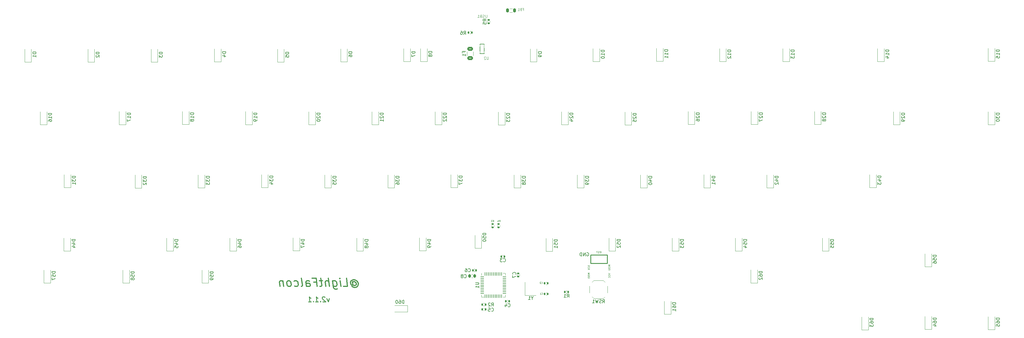
<source format=gbo>
%TF.GenerationSoftware,KiCad,Pcbnew,(6.0.10)*%
%TF.CreationDate,2023-05-22T00:42:52-07:00*%
%TF.ProjectId,LFK2,4c464b32-2e6b-4696-9361-645f70636258,rev?*%
%TF.SameCoordinates,Original*%
%TF.FileFunction,Legend,Bot*%
%TF.FilePolarity,Positive*%
%FSLAX46Y46*%
G04 Gerber Fmt 4.6, Leading zero omitted, Abs format (unit mm)*
G04 Created by KiCad (PCBNEW (6.0.10)) date 2023-05-22 00:42:52*
%MOMM*%
%LPD*%
G01*
G04 APERTURE LIST*
G04 Aperture macros list*
%AMRoundRect*
0 Rectangle with rounded corners*
0 $1 Rounding radius*
0 $2 $3 $4 $5 $6 $7 $8 $9 X,Y pos of 4 corners*
0 Add a 4 corners polygon primitive as box body*
4,1,4,$2,$3,$4,$5,$6,$7,$8,$9,$2,$3,0*
0 Add four circle primitives for the rounded corners*
1,1,$1+$1,$2,$3*
1,1,$1+$1,$4,$5*
1,1,$1+$1,$6,$7*
1,1,$1+$1,$8,$9*
0 Add four rect primitives between the rounded corners*
20,1,$1+$1,$2,$3,$4,$5,0*
20,1,$1+$1,$4,$5,$6,$7,0*
20,1,$1+$1,$6,$7,$8,$9,0*
20,1,$1+$1,$8,$9,$2,$3,0*%
G04 Aperture macros list end*
%ADD10C,0.250000*%
%ADD11C,0.350000*%
%ADD12C,0.150000*%
%ADD13C,0.070000*%
%ADD14C,0.080000*%
%ADD15C,0.075000*%
%ADD16C,0.090000*%
%ADD17C,0.100000*%
%ADD18C,0.120000*%
%ADD19C,3.000000*%
%ADD20C,3.987800*%
%ADD21C,1.750000*%
%ADD22R,2.550000X2.500000*%
%ADD23C,3.048000*%
%ADD24R,1.200000X0.900000*%
%ADD25RoundRect,0.140000X-0.140000X-0.170000X0.140000X-0.170000X0.140000X0.170000X-0.140000X0.170000X0*%
%ADD26RoundRect,0.140000X0.140000X0.170000X-0.140000X0.170000X-0.140000X-0.170000X0.140000X-0.170000X0*%
%ADD27C,1.700000*%
%ADD28R,1.700000X1.700000*%
%ADD29R,0.700000X1.000000*%
%ADD30R,0.700000X0.600000*%
%ADD31RoundRect,0.135000X-0.185000X0.135000X-0.185000X-0.135000X0.185000X-0.135000X0.185000X0.135000X0*%
%ADD32RoundRect,0.225000X0.225000X0.250000X-0.225000X0.250000X-0.225000X-0.250000X0.225000X-0.250000X0*%
%ADD33RoundRect,0.135000X0.135000X0.185000X-0.135000X0.185000X-0.135000X-0.185000X0.135000X-0.185000X0*%
%ADD34RoundRect,0.218750X0.218750X0.381250X-0.218750X0.381250X-0.218750X-0.381250X0.218750X-0.381250X0*%
%ADD35R,1.800000X1.100000*%
%ADD36RoundRect,0.250000X-0.625000X0.375000X-0.625000X-0.375000X0.625000X-0.375000X0.625000X0.375000X0*%
%ADD37RoundRect,0.140000X-0.170000X0.140000X-0.170000X-0.140000X0.170000X-0.140000X0.170000X0.140000X0*%
%ADD38R,1.200000X1.400000*%
%ADD39RoundRect,0.135000X-0.135000X-0.185000X0.135000X-0.185000X0.135000X0.185000X-0.135000X0.185000X0*%
%ADD40C,0.650000*%
%ADD41R,0.600000X1.450000*%
%ADD42R,0.300000X1.450000*%
%ADD43O,1.000000X1.600000*%
%ADD44O,1.000000X2.100000*%
%ADD45RoundRect,0.062500X-0.062500X0.475000X-0.062500X-0.475000X0.062500X-0.475000X0.062500X0.475000X0*%
%ADD46RoundRect,0.062500X-0.475000X0.062500X-0.475000X-0.062500X0.475000X-0.062500X0.475000X0.062500X0*%
%ADD47R,5.200000X5.200000*%
%ADD48R,0.900000X1.200000*%
G04 APERTURE END LIST*
D10*
X161822544Y-135568571D02*
X161590401Y-136568571D01*
X161108258Y-135568571D01*
X160563616Y-135211428D02*
X160483258Y-135140000D01*
X160331473Y-135068571D01*
X159974330Y-135068571D01*
X159840401Y-135140000D01*
X159777901Y-135211428D01*
X159724330Y-135354285D01*
X159742187Y-135497142D01*
X159840401Y-135711428D01*
X160804687Y-136568571D01*
X159876116Y-136568571D01*
X159215401Y-136425714D02*
X159152901Y-136497142D01*
X159233258Y-136568571D01*
X159295758Y-136497142D01*
X159215401Y-136425714D01*
X159233258Y-136568571D01*
X157733258Y-136568571D02*
X158590401Y-136568571D01*
X158161830Y-136568571D02*
X157974330Y-135068571D01*
X158143973Y-135282857D01*
X158304687Y-135425714D01*
X158456473Y-135497142D01*
X157072544Y-136425714D02*
X157010044Y-136497142D01*
X157090401Y-136568571D01*
X157152901Y-136497142D01*
X157072544Y-136425714D01*
X157090401Y-136568571D01*
X155590401Y-136568571D02*
X156447544Y-136568571D01*
X156018973Y-136568571D02*
X155831473Y-135068571D01*
X156001116Y-135282857D01*
X156161830Y-135425714D01*
X156313616Y-135497142D01*
D11*
X168917217Y-130750476D02*
X169021383Y-130631428D01*
X169244598Y-130512380D01*
X169482693Y-130512380D01*
X169735669Y-130631428D01*
X169869598Y-130750476D01*
X170018407Y-130988571D01*
X170048169Y-131226666D01*
X169958883Y-131464761D01*
X169854717Y-131583809D01*
X169631502Y-131702857D01*
X169393407Y-131702857D01*
X169140431Y-131583809D01*
X169006502Y-131464761D01*
X168887455Y-130512380D02*
X169006502Y-131464761D01*
X168902336Y-131583809D01*
X168783288Y-131583809D01*
X168530312Y-131464761D01*
X168381502Y-131226666D01*
X168307098Y-130631428D01*
X168500550Y-130274285D01*
X168827931Y-130036190D01*
X169289241Y-129917142D01*
X169780312Y-130036190D01*
X170167217Y-130274285D01*
X170449955Y-130631428D01*
X170628526Y-131107619D01*
X170569002Y-131583809D01*
X170375550Y-131940952D01*
X170048169Y-132179047D01*
X169586860Y-132298095D01*
X169095788Y-132179047D01*
X168708883Y-131940952D01*
X166208883Y-131940952D02*
X167399360Y-131940952D01*
X167086860Y-129440952D01*
X165375550Y-131940952D02*
X165167217Y-130274285D01*
X165063050Y-129440952D02*
X165196979Y-129560000D01*
X165092812Y-129679047D01*
X164958883Y-129560000D01*
X165063050Y-129440952D01*
X165092812Y-129679047D01*
X162905312Y-130274285D02*
X163158288Y-132298095D01*
X163307098Y-132536190D01*
X163441026Y-132655238D01*
X163694002Y-132774285D01*
X164051145Y-132774285D01*
X164274360Y-132655238D01*
X163098764Y-131821904D02*
X163351741Y-131940952D01*
X163827931Y-131940952D01*
X164051145Y-131821904D01*
X164155312Y-131702857D01*
X164244598Y-131464761D01*
X164155312Y-130750476D01*
X164006502Y-130512380D01*
X163872574Y-130393333D01*
X163619598Y-130274285D01*
X163143407Y-130274285D01*
X162920193Y-130393333D01*
X161923169Y-131940952D02*
X161610669Y-129440952D01*
X160851741Y-131940952D02*
X160688050Y-130631428D01*
X160777336Y-130393333D01*
X161000550Y-130274285D01*
X161357693Y-130274285D01*
X161610669Y-130393333D01*
X161744598Y-130512380D01*
X159810074Y-130274285D02*
X158857693Y-130274285D01*
X159348764Y-129440952D02*
X159616622Y-131583809D01*
X159527336Y-131821904D01*
X159304122Y-131940952D01*
X159066026Y-131940952D01*
X157235669Y-130631428D02*
X158069002Y-130631428D01*
X158232693Y-131940952D02*
X157920193Y-129440952D01*
X156729717Y-129440952D01*
X155018407Y-131940952D02*
X154854717Y-130631428D01*
X154944002Y-130393333D01*
X155167217Y-130274285D01*
X155643407Y-130274285D01*
X155896383Y-130393333D01*
X155003526Y-131821904D02*
X155256502Y-131940952D01*
X155851741Y-131940952D01*
X156074955Y-131821904D01*
X156164241Y-131583809D01*
X156134479Y-131345714D01*
X155985669Y-131107619D01*
X155732693Y-130988571D01*
X155137455Y-130988571D01*
X154884479Y-130869523D01*
X153470788Y-131940952D02*
X153694002Y-131821904D01*
X153783288Y-131583809D01*
X153515431Y-129440952D01*
X151432098Y-131821904D02*
X151685074Y-131940952D01*
X152161264Y-131940952D01*
X152384479Y-131821904D01*
X152488645Y-131702857D01*
X152577931Y-131464761D01*
X152488645Y-130750476D01*
X152339836Y-130512380D01*
X152205907Y-130393333D01*
X151952931Y-130274285D01*
X151476741Y-130274285D01*
X151253526Y-130393333D01*
X150018407Y-131940952D02*
X150241622Y-131821904D01*
X150345788Y-131702857D01*
X150435074Y-131464761D01*
X150345788Y-130750476D01*
X150196979Y-130512380D01*
X150063050Y-130393333D01*
X149810074Y-130274285D01*
X149452931Y-130274285D01*
X149229717Y-130393333D01*
X149125550Y-130512380D01*
X149036264Y-130750476D01*
X149125550Y-131464761D01*
X149274360Y-131702857D01*
X149408288Y-131821904D01*
X149661264Y-131940952D01*
X150018407Y-131940952D01*
X147905312Y-130274285D02*
X148113645Y-131940952D01*
X147935074Y-130512380D02*
X147801145Y-130393333D01*
X147548169Y-130274285D01*
X147191026Y-130274285D01*
X146967812Y-130393333D01*
X146878526Y-130631428D01*
X147042217Y-131940952D01*
D12*
X266348600Y-136875304D02*
X265348600Y-136875304D01*
X265348600Y-137113399D01*
X265396220Y-137256256D01*
X265491458Y-137351494D01*
X265586696Y-137399113D01*
X265777172Y-137446732D01*
X265920029Y-137446732D01*
X266110505Y-137399113D01*
X266205743Y-137351494D01*
X266300981Y-137256256D01*
X266348600Y-137113399D01*
X266348600Y-136875304D01*
X265348600Y-138303875D02*
X265348600Y-138113399D01*
X265396220Y-138018161D01*
X265443839Y-137970542D01*
X265586696Y-137875304D01*
X265777172Y-137827685D01*
X266158124Y-137827685D01*
X266253362Y-137875304D01*
X266300981Y-137922923D01*
X266348600Y-138018161D01*
X266348600Y-138208637D01*
X266300981Y-138303875D01*
X266253362Y-138351494D01*
X266158124Y-138399113D01*
X265920029Y-138399113D01*
X265824791Y-138351494D01*
X265777172Y-138303875D01*
X265729553Y-138208637D01*
X265729553Y-138018161D01*
X265777172Y-137922923D01*
X265824791Y-137875304D01*
X265920029Y-137827685D01*
X266348600Y-139351494D02*
X266348600Y-138780066D01*
X266348600Y-139065780D02*
X265348600Y-139065780D01*
X265491458Y-138970542D01*
X265586696Y-138875304D01*
X265634315Y-138780066D01*
X214382201Y-124432914D02*
X214429820Y-124480533D01*
X214572677Y-124528152D01*
X214667915Y-124528152D01*
X214810773Y-124480533D01*
X214906011Y-124385295D01*
X214953630Y-124290057D01*
X215001249Y-124099581D01*
X215001249Y-123956724D01*
X214953630Y-123766248D01*
X214906011Y-123671010D01*
X214810773Y-123575772D01*
X214667915Y-123528152D01*
X214572677Y-123528152D01*
X214429820Y-123575772D01*
X214382201Y-123623391D01*
X214048868Y-123528152D02*
X213429820Y-123528152D01*
X213763154Y-123909105D01*
X213620296Y-123909105D01*
X213525058Y-123956724D01*
X213477439Y-124004343D01*
X213429820Y-124099581D01*
X213429820Y-124337676D01*
X213477439Y-124432914D01*
X213525058Y-124480533D01*
X213620296Y-124528152D01*
X213906011Y-124528152D01*
X214001249Y-124480533D01*
X214048868Y-124432914D01*
X126927380Y-127485714D02*
X125927380Y-127485714D01*
X125927380Y-127723809D01*
X125975000Y-127866666D01*
X126070238Y-127961904D01*
X126165476Y-128009523D01*
X126355952Y-128057142D01*
X126498809Y-128057142D01*
X126689285Y-128009523D01*
X126784523Y-127961904D01*
X126879761Y-127866666D01*
X126927380Y-127723809D01*
X126927380Y-127485714D01*
X125927380Y-128961904D02*
X125927380Y-128485714D01*
X126403571Y-128438095D01*
X126355952Y-128485714D01*
X126308333Y-128580952D01*
X126308333Y-128819047D01*
X126355952Y-128914285D01*
X126403571Y-128961904D01*
X126498809Y-129009523D01*
X126736904Y-129009523D01*
X126832142Y-128961904D01*
X126879761Y-128914285D01*
X126927380Y-128819047D01*
X126927380Y-128580952D01*
X126879761Y-128485714D01*
X126832142Y-128438095D01*
X126927380Y-129485714D02*
X126927380Y-129676190D01*
X126879761Y-129771428D01*
X126832142Y-129819047D01*
X126689285Y-129914285D01*
X126498809Y-129961904D01*
X126117857Y-129961904D01*
X126022619Y-129914285D01*
X125975000Y-129866666D01*
X125927380Y-129771428D01*
X125927380Y-129580952D01*
X125975000Y-129485714D01*
X126022619Y-129438095D01*
X126117857Y-129390476D01*
X126355952Y-129390476D01*
X126451190Y-129438095D01*
X126498809Y-129485714D01*
X126546428Y-129580952D01*
X126546428Y-129771428D01*
X126498809Y-129866666D01*
X126451190Y-129914285D01*
X126355952Y-129961904D01*
X140087420Y-79655635D02*
X139087420Y-79655635D01*
X139087420Y-79893730D01*
X139135040Y-80036587D01*
X139230278Y-80131825D01*
X139325516Y-80179444D01*
X139515992Y-80227063D01*
X139658849Y-80227063D01*
X139849325Y-80179444D01*
X139944563Y-80131825D01*
X140039801Y-80036587D01*
X140087420Y-79893730D01*
X140087420Y-79655635D01*
X140087420Y-81179444D02*
X140087420Y-80608016D01*
X140087420Y-80893730D02*
X139087420Y-80893730D01*
X139230278Y-80798492D01*
X139325516Y-80703254D01*
X139373135Y-80608016D01*
X140087420Y-81655635D02*
X140087420Y-81846111D01*
X140039801Y-81941349D01*
X139992182Y-81988968D01*
X139849325Y-82084206D01*
X139658849Y-82131825D01*
X139277897Y-82131825D01*
X139182659Y-82084206D01*
X139135040Y-82036587D01*
X139087420Y-81941349D01*
X139087420Y-81750873D01*
X139135040Y-81655635D01*
X139182659Y-81608016D01*
X139277897Y-81560397D01*
X139515992Y-81560397D01*
X139611230Y-81608016D01*
X139658849Y-81655635D01*
X139706468Y-81750873D01*
X139706468Y-81941349D01*
X139658849Y-82036587D01*
X139611230Y-82084206D01*
X139515992Y-82131825D01*
X102017563Y-79654423D02*
X101017563Y-79654423D01*
X101017563Y-79892518D01*
X101065183Y-80035375D01*
X101160421Y-80130613D01*
X101255659Y-80178232D01*
X101446135Y-80225851D01*
X101588992Y-80225851D01*
X101779468Y-80178232D01*
X101874706Y-80130613D01*
X101969944Y-80035375D01*
X102017563Y-79892518D01*
X102017563Y-79654423D01*
X102017563Y-81178232D02*
X102017563Y-80606804D01*
X102017563Y-80892518D02*
X101017563Y-80892518D01*
X101160421Y-80797280D01*
X101255659Y-80702042D01*
X101303278Y-80606804D01*
X101017563Y-81511566D02*
X101017563Y-82178232D01*
X102017563Y-81749661D01*
X278214606Y-98701446D02*
X277214606Y-98701446D01*
X277214606Y-98939541D01*
X277262226Y-99082398D01*
X277357464Y-99177636D01*
X277452702Y-99225255D01*
X277643178Y-99272874D01*
X277786035Y-99272874D01*
X277976511Y-99225255D01*
X278071749Y-99177636D01*
X278166987Y-99082398D01*
X278214606Y-98939541D01*
X278214606Y-98701446D01*
X277547940Y-100130017D02*
X278214606Y-100130017D01*
X277166987Y-99891922D02*
X277881273Y-99653827D01*
X277881273Y-100272874D01*
X278214606Y-101177636D02*
X278214606Y-100606208D01*
X278214606Y-100891922D02*
X277214606Y-100891922D01*
X277357464Y-100796684D01*
X277452702Y-100701446D01*
X277500321Y-100606208D01*
X203790446Y-127462164D02*
X203838065Y-127509783D01*
X203980922Y-127557402D01*
X204076160Y-127557402D01*
X204219018Y-127509783D01*
X204314256Y-127414545D01*
X204361875Y-127319307D01*
X204409494Y-127128831D01*
X204409494Y-126985974D01*
X204361875Y-126795498D01*
X204314256Y-126700260D01*
X204219018Y-126605022D01*
X204076160Y-126557402D01*
X203980922Y-126557402D01*
X203838065Y-126605022D01*
X203790446Y-126652641D01*
X202933303Y-126557402D02*
X203123780Y-126557402D01*
X203219018Y-126605022D01*
X203266637Y-126652641D01*
X203361875Y-126795498D01*
X203409494Y-126985974D01*
X203409494Y-127366926D01*
X203361875Y-127462164D01*
X203314256Y-127509783D01*
X203219018Y-127557402D01*
X203028541Y-127557402D01*
X202933303Y-127509783D01*
X202885684Y-127462164D01*
X202838065Y-127366926D01*
X202838065Y-127128831D01*
X202885684Y-127033593D01*
X202933303Y-126985974D01*
X203028541Y-126938355D01*
X203219018Y-126938355D01*
X203314256Y-126985974D01*
X203361875Y-127033593D01*
X203409494Y-127128831D01*
X263949318Y-60560832D02*
X262949318Y-60560832D01*
X262949318Y-60798927D01*
X262996938Y-60941784D01*
X263092176Y-61037022D01*
X263187414Y-61084641D01*
X263377890Y-61132260D01*
X263520747Y-61132260D01*
X263711223Y-61084641D01*
X263806461Y-61037022D01*
X263901699Y-60941784D01*
X263949318Y-60798927D01*
X263949318Y-60560832D01*
X263949318Y-62084641D02*
X263949318Y-61513213D01*
X263949318Y-61798927D02*
X262949318Y-61798927D01*
X263092176Y-61703689D01*
X263187414Y-61608451D01*
X263235033Y-61513213D01*
X263949318Y-63037022D02*
X263949318Y-62465594D01*
X263949318Y-62751308D02*
X262949318Y-62751308D01*
X263092176Y-62656070D01*
X263187414Y-62560832D01*
X263235033Y-62465594D01*
X311571773Y-79621471D02*
X310571773Y-79621471D01*
X310571773Y-79859566D01*
X310619393Y-80002423D01*
X310714631Y-80097661D01*
X310809869Y-80145280D01*
X311000345Y-80192899D01*
X311143202Y-80192899D01*
X311333678Y-80145280D01*
X311428916Y-80097661D01*
X311524154Y-80002423D01*
X311571773Y-79859566D01*
X311571773Y-79621471D01*
X310667012Y-80573852D02*
X310619393Y-80621471D01*
X310571773Y-80716709D01*
X310571773Y-80954804D01*
X310619393Y-81050042D01*
X310667012Y-81097661D01*
X310762250Y-81145280D01*
X310857488Y-81145280D01*
X311000345Y-81097661D01*
X311571773Y-80526233D01*
X311571773Y-81145280D01*
X311000345Y-81716709D02*
X310952726Y-81621471D01*
X310905107Y-81573852D01*
X310809869Y-81526233D01*
X310762250Y-81526233D01*
X310667012Y-81573852D01*
X310619393Y-81621471D01*
X310571773Y-81716709D01*
X310571773Y-81907185D01*
X310619393Y-82002423D01*
X310667012Y-82050042D01*
X310762250Y-82097661D01*
X310809869Y-82097661D01*
X310905107Y-82050042D01*
X310952726Y-82002423D01*
X311000345Y-81907185D01*
X311000345Y-81716709D01*
X311047964Y-81621471D01*
X311095583Y-81573852D01*
X311190821Y-81526233D01*
X311381297Y-81526233D01*
X311476535Y-81573852D01*
X311524154Y-81621471D01*
X311571773Y-81716709D01*
X311571773Y-81907185D01*
X311524154Y-82002423D01*
X311476535Y-82050042D01*
X311381297Y-82097661D01*
X311190821Y-82097661D01*
X311095583Y-82050042D01*
X311047964Y-82002423D01*
X311000345Y-81907185D01*
X344887892Y-122520666D02*
X343887892Y-122520666D01*
X343887892Y-122758761D01*
X343935512Y-122901618D01*
X344030750Y-122996856D01*
X344125988Y-123044475D01*
X344316464Y-123092094D01*
X344459321Y-123092094D01*
X344649797Y-123044475D01*
X344745035Y-122996856D01*
X344840273Y-122901618D01*
X344887892Y-122758761D01*
X344887892Y-122520666D01*
X343887892Y-123996856D02*
X343887892Y-123520666D01*
X344364083Y-123473047D01*
X344316464Y-123520666D01*
X344268845Y-123615904D01*
X344268845Y-123853999D01*
X344316464Y-123949237D01*
X344364083Y-123996856D01*
X344459321Y-124044475D01*
X344697416Y-124044475D01*
X344792654Y-123996856D01*
X344840273Y-123949237D01*
X344887892Y-123853999D01*
X344887892Y-123615904D01*
X344840273Y-123520666D01*
X344792654Y-123473047D01*
X343887892Y-124901618D02*
X343887892Y-124711142D01*
X343935512Y-124615904D01*
X343983131Y-124568285D01*
X344125988Y-124473047D01*
X344316464Y-124425428D01*
X344697416Y-124425428D01*
X344792654Y-124473047D01*
X344840273Y-124520666D01*
X344887892Y-124615904D01*
X344887892Y-124806380D01*
X344840273Y-124901618D01*
X344792654Y-124949237D01*
X344697416Y-124996856D01*
X344459321Y-124996856D01*
X344364083Y-124949237D01*
X344316464Y-124901618D01*
X344268845Y-124806380D01*
X344268845Y-124615904D01*
X344316464Y-124520666D01*
X344364083Y-124473047D01*
X344459321Y-124425428D01*
X192495176Y-117746645D02*
X191495176Y-117746645D01*
X191495176Y-117984740D01*
X191542796Y-118127597D01*
X191638034Y-118222835D01*
X191733272Y-118270454D01*
X191923748Y-118318073D01*
X192066605Y-118318073D01*
X192257081Y-118270454D01*
X192352319Y-118222835D01*
X192447557Y-118127597D01*
X192495176Y-117984740D01*
X192495176Y-117746645D01*
X191828510Y-119175216D02*
X192495176Y-119175216D01*
X191447557Y-118937121D02*
X192161843Y-118699026D01*
X192161843Y-119318073D01*
X192495176Y-119746645D02*
X192495176Y-119937121D01*
X192447557Y-120032359D01*
X192399938Y-120079978D01*
X192257081Y-120175216D01*
X192066605Y-120222835D01*
X191685653Y-120222835D01*
X191590415Y-120175216D01*
X191542796Y-120127597D01*
X191495176Y-120032359D01*
X191495176Y-119841883D01*
X191542796Y-119746645D01*
X191590415Y-119699026D01*
X191685653Y-119651407D01*
X191923748Y-119651407D01*
X192018986Y-119699026D01*
X192066605Y-119746645D01*
X192114224Y-119841883D01*
X192114224Y-120032359D01*
X192066605Y-120127597D01*
X192018986Y-120175216D01*
X191923748Y-120222835D01*
X209133452Y-115893158D02*
X208133452Y-115893158D01*
X208133452Y-116131253D01*
X208181072Y-116274110D01*
X208276310Y-116369348D01*
X208371548Y-116416967D01*
X208562024Y-116464586D01*
X208704881Y-116464586D01*
X208895357Y-116416967D01*
X208990595Y-116369348D01*
X209085833Y-116274110D01*
X209133452Y-116131253D01*
X209133452Y-115893158D01*
X208133452Y-117369348D02*
X208133452Y-116893158D01*
X208609643Y-116845539D01*
X208562024Y-116893158D01*
X208514405Y-116988396D01*
X208514405Y-117226491D01*
X208562024Y-117321729D01*
X208609643Y-117369348D01*
X208704881Y-117416967D01*
X208942976Y-117416967D01*
X209038214Y-117369348D01*
X209085833Y-117321729D01*
X209133452Y-117226491D01*
X209133452Y-116988396D01*
X209085833Y-116893158D01*
X209038214Y-116845539D01*
X208133452Y-118036015D02*
X208133452Y-118131253D01*
X208181072Y-118226491D01*
X208228691Y-118274110D01*
X208323929Y-118321729D01*
X208514405Y-118369348D01*
X208752500Y-118369348D01*
X208942976Y-118321729D01*
X209038214Y-118274110D01*
X209085833Y-118226491D01*
X209133452Y-118131253D01*
X209133452Y-118036015D01*
X209085833Y-117940777D01*
X209038214Y-117893158D01*
X208942976Y-117845539D01*
X208752500Y-117797920D01*
X208514405Y-117797920D01*
X208323929Y-117845539D01*
X208228691Y-117893158D01*
X208181072Y-117940777D01*
X208133452Y-118036015D01*
X216281972Y-79761420D02*
X215281972Y-79761420D01*
X215281972Y-79999515D01*
X215329592Y-80142372D01*
X215424830Y-80237610D01*
X215520068Y-80285229D01*
X215710544Y-80332848D01*
X215853401Y-80332848D01*
X216043877Y-80285229D01*
X216139115Y-80237610D01*
X216234353Y-80142372D01*
X216281972Y-79999515D01*
X216281972Y-79761420D01*
X215377211Y-80713801D02*
X215329592Y-80761420D01*
X215281972Y-80856658D01*
X215281972Y-81094753D01*
X215329592Y-81189991D01*
X215377211Y-81237610D01*
X215472449Y-81285229D01*
X215567687Y-81285229D01*
X215710544Y-81237610D01*
X216281972Y-80666182D01*
X216281972Y-81285229D01*
X215281972Y-81618563D02*
X215281972Y-82237610D01*
X215662925Y-81904277D01*
X215662925Y-82047134D01*
X215710544Y-82142372D01*
X215758163Y-82189991D01*
X215853401Y-82237610D01*
X216091496Y-82237610D01*
X216186734Y-82189991D01*
X216234353Y-82142372D01*
X216281972Y-82047134D01*
X216281972Y-81761420D01*
X216234353Y-81666182D01*
X216186734Y-81618563D01*
X297256317Y-98714511D02*
X296256317Y-98714511D01*
X296256317Y-98952606D01*
X296303937Y-99095463D01*
X296399175Y-99190701D01*
X296494413Y-99238320D01*
X296684889Y-99285939D01*
X296827746Y-99285939D01*
X297018222Y-99238320D01*
X297113460Y-99190701D01*
X297208698Y-99095463D01*
X297256317Y-98952606D01*
X297256317Y-98714511D01*
X296589651Y-100143082D02*
X297256317Y-100143082D01*
X296208698Y-99904987D02*
X296922984Y-99666892D01*
X296922984Y-100285939D01*
X296351556Y-100619273D02*
X296303937Y-100666892D01*
X296256317Y-100762130D01*
X296256317Y-101000225D01*
X296303937Y-101095463D01*
X296351556Y-101143082D01*
X296446794Y-101190701D01*
X296542032Y-101190701D01*
X296684889Y-101143082D01*
X297256317Y-100571654D01*
X297256317Y-101190701D01*
X363928292Y-79685260D02*
X362928292Y-79685260D01*
X362928292Y-79923355D01*
X362975912Y-80066212D01*
X363071150Y-80161450D01*
X363166388Y-80209069D01*
X363356864Y-80256688D01*
X363499721Y-80256688D01*
X363690197Y-80209069D01*
X363785435Y-80161450D01*
X363880673Y-80066212D01*
X363928292Y-79923355D01*
X363928292Y-79685260D01*
X362928292Y-80590022D02*
X362928292Y-81209069D01*
X363309245Y-80875736D01*
X363309245Y-81018593D01*
X363356864Y-81113831D01*
X363404483Y-81161450D01*
X363499721Y-81209069D01*
X363737816Y-81209069D01*
X363833054Y-81161450D01*
X363880673Y-81113831D01*
X363928292Y-81018593D01*
X363928292Y-80732879D01*
X363880673Y-80637641D01*
X363833054Y-80590022D01*
X362928292Y-81828117D02*
X362928292Y-81923355D01*
X362975912Y-82018593D01*
X363023531Y-82066212D01*
X363118769Y-82113831D01*
X363309245Y-82161450D01*
X363547340Y-82161450D01*
X363737816Y-82113831D01*
X363833054Y-82066212D01*
X363880673Y-82018593D01*
X363928292Y-81923355D01*
X363928292Y-81828117D01*
X363880673Y-81732879D01*
X363833054Y-81685260D01*
X363737816Y-81637641D01*
X363547340Y-81590022D01*
X363309245Y-81590022D01*
X363118769Y-81637641D01*
X363023531Y-81685260D01*
X362975912Y-81732879D01*
X362928292Y-81828117D01*
X268692483Y-117783752D02*
X267692483Y-117783752D01*
X267692483Y-118021847D01*
X267740103Y-118164704D01*
X267835341Y-118259942D01*
X267930579Y-118307561D01*
X268121055Y-118355180D01*
X268263912Y-118355180D01*
X268454388Y-118307561D01*
X268549626Y-118259942D01*
X268644864Y-118164704D01*
X268692483Y-118021847D01*
X268692483Y-117783752D01*
X267692483Y-119259942D02*
X267692483Y-118783752D01*
X268168674Y-118736133D01*
X268121055Y-118783752D01*
X268073436Y-118878990D01*
X268073436Y-119117085D01*
X268121055Y-119212323D01*
X268168674Y-119259942D01*
X268263912Y-119307561D01*
X268502007Y-119307561D01*
X268597245Y-119259942D01*
X268644864Y-119212323D01*
X268692483Y-119117085D01*
X268692483Y-118878990D01*
X268644864Y-118783752D01*
X268597245Y-118736133D01*
X267692483Y-119640895D02*
X267692483Y-120259942D01*
X268073436Y-119926609D01*
X268073436Y-120069466D01*
X268121055Y-120164704D01*
X268168674Y-120212323D01*
X268263912Y-120259942D01*
X268502007Y-120259942D01*
X268597245Y-120212323D01*
X268644864Y-120164704D01*
X268692483Y-120069466D01*
X268692483Y-119783752D01*
X268644864Y-119688514D01*
X268597245Y-119640895D01*
D13*
X240357036Y-127866557D02*
X239857036Y-127866557D01*
X240214179Y-128033224D01*
X239857036Y-128199891D01*
X240357036Y-128199891D01*
X240357036Y-128437986D02*
X239857036Y-128437986D01*
X240333226Y-128652272D02*
X240357036Y-128723700D01*
X240357036Y-128842748D01*
X240333226Y-128890367D01*
X240309417Y-128914176D01*
X240261798Y-128937986D01*
X240214179Y-128937986D01*
X240166560Y-128914176D01*
X240142750Y-128890367D01*
X240118941Y-128842748D01*
X240095131Y-128747510D01*
X240071322Y-128699891D01*
X240047512Y-128676081D01*
X239999893Y-128652272D01*
X239952274Y-128652272D01*
X239904655Y-128676081D01*
X239880846Y-128699891D01*
X239857036Y-128747510D01*
X239857036Y-128866557D01*
X239880846Y-128937986D01*
X239857036Y-129247510D02*
X239857036Y-129342748D01*
X239880846Y-129390367D01*
X239928465Y-129437986D01*
X240023703Y-129461795D01*
X240190369Y-129461795D01*
X240285607Y-129437986D01*
X240333226Y-129390367D01*
X240357036Y-129342748D01*
X240357036Y-129247510D01*
X240333226Y-129199891D01*
X240285607Y-129152272D01*
X240190369Y-129128462D01*
X240023703Y-129128462D01*
X239928465Y-129152272D01*
X239880846Y-129199891D01*
X239857036Y-129247510D01*
X246024043Y-127985605D02*
X246524043Y-128152272D01*
X246024043Y-128318938D01*
X246476424Y-128771319D02*
X246500233Y-128747510D01*
X246524043Y-128676081D01*
X246524043Y-128628462D01*
X246500233Y-128557033D01*
X246452614Y-128509414D01*
X246404995Y-128485605D01*
X246309757Y-128461795D01*
X246238329Y-128461795D01*
X246143091Y-128485605D01*
X246095472Y-128509414D01*
X246047853Y-128557033D01*
X246024043Y-128628462D01*
X246024043Y-128676081D01*
X246047853Y-128747510D01*
X246071662Y-128771319D01*
X246476424Y-129271319D02*
X246500233Y-129247510D01*
X246524043Y-129176081D01*
X246524043Y-129128462D01*
X246500233Y-129057033D01*
X246452614Y-129009414D01*
X246404995Y-128985605D01*
X246309757Y-128961795D01*
X246238329Y-128961795D01*
X246143091Y-128985605D01*
X246095472Y-129009414D01*
X246047853Y-129057033D01*
X246024043Y-129128462D01*
X246024043Y-129176081D01*
X246047853Y-129247510D01*
X246071662Y-129271319D01*
X240304542Y-125571295D02*
X240328352Y-125642724D01*
X240328352Y-125761772D01*
X240304542Y-125809391D01*
X240280733Y-125833200D01*
X240233114Y-125857010D01*
X240185495Y-125857010D01*
X240137876Y-125833200D01*
X240114066Y-125809391D01*
X240090257Y-125761772D01*
X240066447Y-125666533D01*
X240042638Y-125618914D01*
X240018828Y-125595105D01*
X239971209Y-125571295D01*
X239923590Y-125571295D01*
X239875971Y-125595105D01*
X239852162Y-125618914D01*
X239828352Y-125666533D01*
X239828352Y-125785581D01*
X239852162Y-125857010D01*
X240280733Y-126357010D02*
X240304542Y-126333200D01*
X240328352Y-126261772D01*
X240328352Y-126214153D01*
X240304542Y-126142724D01*
X240256923Y-126095105D01*
X240209304Y-126071295D01*
X240114066Y-126047486D01*
X240042638Y-126047486D01*
X239947400Y-126071295D01*
X239899781Y-126095105D01*
X239852162Y-126142724D01*
X239828352Y-126214153D01*
X239828352Y-126261772D01*
X239852162Y-126333200D01*
X239875971Y-126357010D01*
X240328352Y-126571295D02*
X239828352Y-126571295D01*
X240328352Y-126857010D02*
X240042638Y-126642724D01*
X239828352Y-126857010D02*
X240114066Y-126571295D01*
X246509701Y-125442780D02*
X246009701Y-125442780D01*
X246366844Y-125609447D01*
X246009701Y-125776114D01*
X246509701Y-125776114D01*
X246009701Y-126109447D02*
X246009701Y-126204685D01*
X246033511Y-126252304D01*
X246081130Y-126299923D01*
X246176368Y-126323733D01*
X246343034Y-126323733D01*
X246438272Y-126299923D01*
X246485891Y-126252304D01*
X246509701Y-126204685D01*
X246509701Y-126109447D01*
X246485891Y-126061828D01*
X246438272Y-126014209D01*
X246343034Y-125990399D01*
X246176368Y-125990399D01*
X246081130Y-126014209D01*
X246033511Y-126061828D01*
X246009701Y-126109447D01*
X246485891Y-126514209D02*
X246509701Y-126585637D01*
X246509701Y-126704685D01*
X246485891Y-126752304D01*
X246462082Y-126776114D01*
X246414463Y-126799923D01*
X246366844Y-126799923D01*
X246319225Y-126776114D01*
X246295415Y-126752304D01*
X246271606Y-126704685D01*
X246247796Y-126609447D01*
X246223987Y-126561828D01*
X246200177Y-126538018D01*
X246152558Y-126514209D01*
X246104939Y-126514209D01*
X246057320Y-126538018D01*
X246033511Y-126561828D01*
X246009701Y-126609447D01*
X246009701Y-126728495D01*
X246033511Y-126799923D01*
X246509701Y-127014209D02*
X246009701Y-127014209D01*
D14*
X243452030Y-121939819D02*
X243652030Y-121654105D01*
X243794887Y-121939819D02*
X243794887Y-121339819D01*
X243566316Y-121339819D01*
X243509173Y-121368391D01*
X243480601Y-121396962D01*
X243452030Y-121454105D01*
X243452030Y-121539819D01*
X243480601Y-121596962D01*
X243509173Y-121625533D01*
X243566316Y-121654105D01*
X243794887Y-121654105D01*
X243223459Y-121911248D02*
X243137744Y-121939819D01*
X242994887Y-121939819D01*
X242937744Y-121911248D01*
X242909173Y-121882676D01*
X242880601Y-121825533D01*
X242880601Y-121768391D01*
X242909173Y-121711248D01*
X242937744Y-121682676D01*
X242994887Y-121654105D01*
X243109173Y-121625533D01*
X243166316Y-121596962D01*
X243194887Y-121568391D01*
X243223459Y-121511248D01*
X243223459Y-121454105D01*
X243194887Y-121396962D01*
X243166316Y-121368391D01*
X243109173Y-121339819D01*
X242966316Y-121339819D01*
X242880601Y-121368391D01*
X242709173Y-121339819D02*
X242366316Y-121339819D01*
X242537744Y-121939819D02*
X242537744Y-121339819D01*
D12*
X239521904Y-121801000D02*
X239617142Y-121753380D01*
X239760000Y-121753380D01*
X239902857Y-121801000D01*
X239998095Y-121896238D01*
X240045714Y-121991476D01*
X240093333Y-122181952D01*
X240093333Y-122324809D01*
X240045714Y-122515285D01*
X239998095Y-122610523D01*
X239902857Y-122705761D01*
X239760000Y-122753380D01*
X239664761Y-122753380D01*
X239521904Y-122705761D01*
X239474285Y-122658142D01*
X239474285Y-122324809D01*
X239664761Y-122324809D01*
X239045714Y-122753380D02*
X239045714Y-121753380D01*
X238474285Y-122753380D01*
X238474285Y-121753380D01*
X237998095Y-122753380D02*
X237998095Y-121753380D01*
X237760000Y-121753380D01*
X237617142Y-121801000D01*
X237521904Y-121896238D01*
X237474285Y-121991476D01*
X237426666Y-122181952D01*
X237426666Y-122324809D01*
X237474285Y-122515285D01*
X237521904Y-122610523D01*
X237617142Y-122705761D01*
X237760000Y-122753380D01*
X237998095Y-122753380D01*
X92546130Y-61274404D02*
X91546130Y-61274404D01*
X91546130Y-61512500D01*
X91593750Y-61655357D01*
X91688988Y-61750595D01*
X91784226Y-61798214D01*
X91974702Y-61845833D01*
X92117559Y-61845833D01*
X92308035Y-61798214D01*
X92403273Y-61750595D01*
X92498511Y-61655357D01*
X92546130Y-61512500D01*
X92546130Y-61274404D01*
X91641369Y-62226785D02*
X91593750Y-62274404D01*
X91546130Y-62369642D01*
X91546130Y-62607738D01*
X91593750Y-62702976D01*
X91641369Y-62750595D01*
X91736607Y-62798214D01*
X91831845Y-62798214D01*
X91974702Y-62750595D01*
X92546130Y-62179166D01*
X92546130Y-62798214D01*
X187774984Y-61114799D02*
X186774984Y-61114799D01*
X186774984Y-61352895D01*
X186822604Y-61495752D01*
X186917842Y-61590990D01*
X187013080Y-61638609D01*
X187203556Y-61686228D01*
X187346413Y-61686228D01*
X187536889Y-61638609D01*
X187632127Y-61590990D01*
X187727365Y-61495752D01*
X187774984Y-61352895D01*
X187774984Y-61114799D01*
X186774984Y-62019561D02*
X186774984Y-62686228D01*
X187774984Y-62257656D01*
D15*
X225845860Y-131057505D02*
X225869669Y-131081314D01*
X225941098Y-131105124D01*
X225988717Y-131105124D01*
X226060146Y-131081314D01*
X226107765Y-131033695D01*
X226131574Y-130986076D01*
X226155384Y-130890838D01*
X226155384Y-130819410D01*
X226131574Y-130724172D01*
X226107765Y-130676553D01*
X226060146Y-130628934D01*
X225988717Y-130605124D01*
X225941098Y-130605124D01*
X225869669Y-130628934D01*
X225845860Y-130652743D01*
X225655384Y-130652743D02*
X225631574Y-130628934D01*
X225583955Y-130605124D01*
X225464907Y-130605124D01*
X225417288Y-130628934D01*
X225393479Y-130652743D01*
X225369669Y-130700362D01*
X225369669Y-130747981D01*
X225393479Y-130819410D01*
X225679193Y-131105124D01*
X225369669Y-131105124D01*
D16*
X209809991Y-62675629D02*
X209809991Y-63323248D01*
X209771896Y-63399439D01*
X209733801Y-63437534D01*
X209657610Y-63475629D01*
X209505229Y-63475629D01*
X209429039Y-63437534D01*
X209390944Y-63399439D01*
X209352848Y-63323248D01*
X209352848Y-62675629D01*
X209009991Y-62751820D02*
X208971896Y-62713725D01*
X208895706Y-62675629D01*
X208705229Y-62675629D01*
X208629039Y-62713725D01*
X208590944Y-62751820D01*
X208552848Y-62828010D01*
X208552848Y-62904201D01*
X208590944Y-63018486D01*
X209048087Y-63475629D01*
X208552848Y-63475629D01*
D12*
X240107758Y-98737148D02*
X239107758Y-98737148D01*
X239107758Y-98975243D01*
X239155378Y-99118100D01*
X239250616Y-99213338D01*
X239345854Y-99260957D01*
X239536330Y-99308576D01*
X239679187Y-99308576D01*
X239869663Y-99260957D01*
X239964901Y-99213338D01*
X240060139Y-99118100D01*
X240107758Y-98975243D01*
X240107758Y-98737148D01*
X239107758Y-99641910D02*
X239107758Y-100260957D01*
X239488711Y-99927624D01*
X239488711Y-100070481D01*
X239536330Y-100165719D01*
X239583949Y-100213338D01*
X239679187Y-100260957D01*
X239917282Y-100260957D01*
X240012520Y-100213338D01*
X240060139Y-100165719D01*
X240107758Y-100070481D01*
X240107758Y-99784767D01*
X240060139Y-99689529D01*
X240012520Y-99641910D01*
X240107758Y-100737148D02*
X240107758Y-100927624D01*
X240060139Y-101022862D01*
X240012520Y-101070481D01*
X239869663Y-101165719D01*
X239679187Y-101213338D01*
X239298235Y-101213338D01*
X239202997Y-101165719D01*
X239155378Y-101118100D01*
X239107758Y-101022862D01*
X239107758Y-100832386D01*
X239155378Y-100737148D01*
X239202997Y-100689529D01*
X239298235Y-100641910D01*
X239536330Y-100641910D01*
X239631568Y-100689529D01*
X239679187Y-100737148D01*
X239726806Y-100832386D01*
X239726806Y-101022862D01*
X239679187Y-101118100D01*
X239631568Y-101165719D01*
X239536330Y-101213338D01*
X85319971Y-117758267D02*
X84319971Y-117758267D01*
X84319971Y-117996362D01*
X84367591Y-118139219D01*
X84462829Y-118234457D01*
X84558067Y-118282076D01*
X84748543Y-118329695D01*
X84891400Y-118329695D01*
X85081876Y-118282076D01*
X85177114Y-118234457D01*
X85272352Y-118139219D01*
X85319971Y-117996362D01*
X85319971Y-117758267D01*
X84653305Y-119186838D02*
X85319971Y-119186838D01*
X84272352Y-118948743D02*
X84986638Y-118710648D01*
X84986638Y-119329695D01*
X84653305Y-120139219D02*
X85319971Y-120139219D01*
X84272352Y-119901124D02*
X84986638Y-119663029D01*
X84986638Y-120282076D01*
X254435316Y-79781935D02*
X253435316Y-79781935D01*
X253435316Y-80020030D01*
X253482936Y-80162887D01*
X253578174Y-80258125D01*
X253673412Y-80305744D01*
X253863888Y-80353363D01*
X254006745Y-80353363D01*
X254197221Y-80305744D01*
X254292459Y-80258125D01*
X254387697Y-80162887D01*
X254435316Y-80020030D01*
X254435316Y-79781935D01*
X253530555Y-80734316D02*
X253482936Y-80781935D01*
X253435316Y-80877173D01*
X253435316Y-81115268D01*
X253482936Y-81210506D01*
X253530555Y-81258125D01*
X253625793Y-81305744D01*
X253721031Y-81305744D01*
X253863888Y-81258125D01*
X254435316Y-80686697D01*
X254435316Y-81305744D01*
X253435316Y-82210506D02*
X253435316Y-81734316D01*
X253911507Y-81686697D01*
X253863888Y-81734316D01*
X253816269Y-81829554D01*
X253816269Y-82067649D01*
X253863888Y-82162887D01*
X253911507Y-82210506D01*
X254006745Y-82258125D01*
X254244840Y-82258125D01*
X254340078Y-82210506D01*
X254387697Y-82162887D01*
X254435316Y-82067649D01*
X254435316Y-81829554D01*
X254387697Y-81734316D01*
X254340078Y-81686697D01*
X111596130Y-61274404D02*
X110596130Y-61274404D01*
X110596130Y-61512500D01*
X110643750Y-61655357D01*
X110738988Y-61750595D01*
X110834226Y-61798214D01*
X111024702Y-61845833D01*
X111167559Y-61845833D01*
X111358035Y-61798214D01*
X111453273Y-61750595D01*
X111548511Y-61655357D01*
X111596130Y-61512500D01*
X111596130Y-61274404D01*
X110596130Y-62179166D02*
X110596130Y-62798214D01*
X110977083Y-62464880D01*
X110977083Y-62607738D01*
X111024702Y-62702976D01*
X111072321Y-62750595D01*
X111167559Y-62798214D01*
X111405654Y-62798214D01*
X111500892Y-62750595D01*
X111548511Y-62702976D01*
X111596130Y-62607738D01*
X111596130Y-62322023D01*
X111548511Y-62226785D01*
X111500892Y-62179166D01*
X116283149Y-117816613D02*
X115283149Y-117816613D01*
X115283149Y-118054708D01*
X115330769Y-118197565D01*
X115426007Y-118292803D01*
X115521245Y-118340422D01*
X115711721Y-118388041D01*
X115854578Y-118388041D01*
X116045054Y-118340422D01*
X116140292Y-118292803D01*
X116235530Y-118197565D01*
X116283149Y-118054708D01*
X116283149Y-117816613D01*
X115616483Y-119245184D02*
X116283149Y-119245184D01*
X115235530Y-119007089D02*
X115949816Y-118768994D01*
X115949816Y-119388041D01*
X115283149Y-120245184D02*
X115283149Y-119768994D01*
X115759340Y-119721375D01*
X115711721Y-119768994D01*
X115664102Y-119864232D01*
X115664102Y-120102327D01*
X115711721Y-120197565D01*
X115759340Y-120245184D01*
X115854578Y-120292803D01*
X116092673Y-120292803D01*
X116187911Y-120245184D01*
X116235530Y-120197565D01*
X116283149Y-120102327D01*
X116283149Y-119864232D01*
X116235530Y-119768994D01*
X116187911Y-119721375D01*
X121018116Y-79637629D02*
X120018116Y-79637629D01*
X120018116Y-79875724D01*
X120065736Y-80018581D01*
X120160974Y-80113819D01*
X120256212Y-80161438D01*
X120446688Y-80209057D01*
X120589545Y-80209057D01*
X120780021Y-80161438D01*
X120875259Y-80113819D01*
X120970497Y-80018581D01*
X121018116Y-79875724D01*
X121018116Y-79637629D01*
X121018116Y-81161438D02*
X121018116Y-80590010D01*
X121018116Y-80875724D02*
X120018116Y-80875724D01*
X120160974Y-80780486D01*
X120256212Y-80685248D01*
X120303831Y-80590010D01*
X120446688Y-81732867D02*
X120399069Y-81637629D01*
X120351450Y-81590010D01*
X120256212Y-81542391D01*
X120208593Y-81542391D01*
X120113355Y-81590010D01*
X120065736Y-81637629D01*
X120018116Y-81732867D01*
X120018116Y-81923343D01*
X120065736Y-82018581D01*
X120113355Y-82066200D01*
X120208593Y-82113819D01*
X120256212Y-82113819D01*
X120351450Y-82066200D01*
X120399069Y-82018581D01*
X120446688Y-81923343D01*
X120446688Y-81732867D01*
X120494307Y-81637629D01*
X120541926Y-81590010D01*
X120637164Y-81542391D01*
X120827640Y-81542391D01*
X120922878Y-81590010D01*
X120970497Y-81637629D01*
X121018116Y-81732867D01*
X121018116Y-81923343D01*
X120970497Y-82018581D01*
X120922878Y-82066200D01*
X120827640Y-82113819D01*
X120637164Y-82113819D01*
X120541926Y-82066200D01*
X120494307Y-82018581D01*
X120446688Y-81923343D01*
X221057953Y-98736757D02*
X220057953Y-98736757D01*
X220057953Y-98974852D01*
X220105573Y-99117709D01*
X220200811Y-99212947D01*
X220296049Y-99260566D01*
X220486525Y-99308185D01*
X220629382Y-99308185D01*
X220819858Y-99260566D01*
X220915096Y-99212947D01*
X221010334Y-99117709D01*
X221057953Y-98974852D01*
X221057953Y-98736757D01*
X220057953Y-99641519D02*
X220057953Y-100260566D01*
X220438906Y-99927233D01*
X220438906Y-100070090D01*
X220486525Y-100165328D01*
X220534144Y-100212947D01*
X220629382Y-100260566D01*
X220867477Y-100260566D01*
X220962715Y-100212947D01*
X221010334Y-100165328D01*
X221057953Y-100070090D01*
X221057953Y-99784376D01*
X221010334Y-99689138D01*
X220962715Y-99641519D01*
X220486525Y-100831995D02*
X220438906Y-100736757D01*
X220391287Y-100689138D01*
X220296049Y-100641519D01*
X220248430Y-100641519D01*
X220153192Y-100689138D01*
X220105573Y-100736757D01*
X220057953Y-100831995D01*
X220057953Y-101022471D01*
X220105573Y-101117709D01*
X220153192Y-101165328D01*
X220248430Y-101212947D01*
X220296049Y-101212947D01*
X220391287Y-101165328D01*
X220438906Y-101117709D01*
X220486525Y-101022471D01*
X220486525Y-100831995D01*
X220534144Y-100736757D01*
X220581763Y-100689138D01*
X220677001Y-100641519D01*
X220867477Y-100641519D01*
X220962715Y-100689138D01*
X221010334Y-100736757D01*
X221057953Y-100831995D01*
X221057953Y-101022471D01*
X221010334Y-101117709D01*
X220962715Y-101165328D01*
X220867477Y-101212947D01*
X220677001Y-101212947D01*
X220581763Y-101165328D01*
X220534144Y-101117709D01*
X220486525Y-101022471D01*
X173585845Y-117823834D02*
X172585845Y-117823834D01*
X172585845Y-118061929D01*
X172633465Y-118204786D01*
X172728703Y-118300024D01*
X172823941Y-118347643D01*
X173014417Y-118395262D01*
X173157274Y-118395262D01*
X173347750Y-118347643D01*
X173442988Y-118300024D01*
X173538226Y-118204786D01*
X173585845Y-118061929D01*
X173585845Y-117823834D01*
X172919179Y-119252405D02*
X173585845Y-119252405D01*
X172538226Y-119014310D02*
X173252512Y-118776215D01*
X173252512Y-119395262D01*
X173014417Y-119919072D02*
X172966798Y-119823834D01*
X172919179Y-119776215D01*
X172823941Y-119728596D01*
X172776322Y-119728596D01*
X172681084Y-119776215D01*
X172633465Y-119823834D01*
X172585845Y-119919072D01*
X172585845Y-120109548D01*
X172633465Y-120204786D01*
X172681084Y-120252405D01*
X172776322Y-120300024D01*
X172823941Y-120300024D01*
X172919179Y-120252405D01*
X172966798Y-120204786D01*
X173014417Y-120109548D01*
X173014417Y-119919072D01*
X173062036Y-119823834D01*
X173109655Y-119776215D01*
X173204893Y-119728596D01*
X173395369Y-119728596D01*
X173490607Y-119776215D01*
X173538226Y-119823834D01*
X173585845Y-119919072D01*
X173585845Y-120109548D01*
X173538226Y-120204786D01*
X173490607Y-120252405D01*
X173395369Y-120300024D01*
X173204893Y-120300024D01*
X173109655Y-120252405D01*
X173062036Y-120204786D01*
X173014417Y-120109548D01*
D15*
X211188729Y-112423488D02*
X211355396Y-112185393D01*
X211474443Y-112423488D02*
X211474443Y-111923488D01*
X211283967Y-111923488D01*
X211236348Y-111947298D01*
X211212538Y-111971107D01*
X211188729Y-112018726D01*
X211188729Y-112090155D01*
X211212538Y-112137774D01*
X211236348Y-112161583D01*
X211283967Y-112185393D01*
X211474443Y-112185393D01*
X211022062Y-111923488D02*
X210712538Y-111923488D01*
X210879205Y-112113964D01*
X210807776Y-112113964D01*
X210760157Y-112137774D01*
X210736348Y-112161583D01*
X210712538Y-112209202D01*
X210712538Y-112328250D01*
X210736348Y-112375869D01*
X210760157Y-112399678D01*
X210807776Y-112423488D01*
X210950634Y-112423488D01*
X210998253Y-112399678D01*
X211022062Y-112375869D01*
D12*
X313952888Y-117796631D02*
X312952888Y-117796631D01*
X312952888Y-118034726D01*
X313000508Y-118177583D01*
X313095746Y-118272821D01*
X313190984Y-118320440D01*
X313381460Y-118368059D01*
X313524317Y-118368059D01*
X313714793Y-118320440D01*
X313810031Y-118272821D01*
X313905269Y-118177583D01*
X313952888Y-118034726D01*
X313952888Y-117796631D01*
X312952888Y-119272821D02*
X312952888Y-118796631D01*
X313429079Y-118749012D01*
X313381460Y-118796631D01*
X313333841Y-118891869D01*
X313333841Y-119129964D01*
X313381460Y-119225202D01*
X313429079Y-119272821D01*
X313524317Y-119320440D01*
X313762412Y-119320440D01*
X313857650Y-119272821D01*
X313905269Y-119225202D01*
X313952888Y-119129964D01*
X313952888Y-118891869D01*
X313905269Y-118796631D01*
X313857650Y-118749012D01*
X312952888Y-120225202D02*
X312952888Y-119749012D01*
X313429079Y-119701393D01*
X313381460Y-119749012D01*
X313333841Y-119844250D01*
X313333841Y-120082345D01*
X313381460Y-120177583D01*
X313429079Y-120225202D01*
X313524317Y-120272821D01*
X313762412Y-120272821D01*
X313857650Y-120225202D01*
X313905269Y-120177583D01*
X313952888Y-120082345D01*
X313952888Y-119844250D01*
X313905269Y-119749012D01*
X313857650Y-119701393D01*
X73489880Y-61261904D02*
X72489880Y-61261904D01*
X72489880Y-61500000D01*
X72537500Y-61642857D01*
X72632738Y-61738095D01*
X72727976Y-61785714D01*
X72918452Y-61833333D01*
X73061309Y-61833333D01*
X73251785Y-61785714D01*
X73347023Y-61738095D01*
X73442261Y-61642857D01*
X73489880Y-61500000D01*
X73489880Y-61261904D01*
X73489880Y-62785714D02*
X73489880Y-62214285D01*
X73489880Y-62500000D02*
X72489880Y-62500000D01*
X72632738Y-62404761D01*
X72727976Y-62309523D01*
X72775595Y-62214285D01*
X149696130Y-61324404D02*
X148696130Y-61324404D01*
X148696130Y-61562500D01*
X148743750Y-61705357D01*
X148838988Y-61800595D01*
X148934226Y-61848214D01*
X149124702Y-61895833D01*
X149267559Y-61895833D01*
X149458035Y-61848214D01*
X149553273Y-61800595D01*
X149648511Y-61705357D01*
X149696130Y-61562500D01*
X149696130Y-61324404D01*
X148696130Y-62800595D02*
X148696130Y-62324404D01*
X149172321Y-62276785D01*
X149124702Y-62324404D01*
X149077083Y-62419642D01*
X149077083Y-62657738D01*
X149124702Y-62752976D01*
X149172321Y-62800595D01*
X149267559Y-62848214D01*
X149505654Y-62848214D01*
X149600892Y-62800595D01*
X149648511Y-62752976D01*
X149696130Y-62657738D01*
X149696130Y-62419642D01*
X149648511Y-62324404D01*
X149600892Y-62276785D01*
X202593224Y-129252955D02*
X202640843Y-129300574D01*
X202783700Y-129348193D01*
X202878938Y-129348193D01*
X203021796Y-129300574D01*
X203117034Y-129205336D01*
X203164653Y-129110098D01*
X203212272Y-128919622D01*
X203212272Y-128776765D01*
X203164653Y-128586289D01*
X203117034Y-128491051D01*
X203021796Y-128395813D01*
X202878938Y-128348193D01*
X202783700Y-128348193D01*
X202640843Y-128395813D01*
X202593224Y-128443432D01*
X202021796Y-128776765D02*
X202117034Y-128729146D01*
X202164653Y-128681527D01*
X202212272Y-128586289D01*
X202212272Y-128538670D01*
X202164653Y-128443432D01*
X202117034Y-128395813D01*
X202021796Y-128348193D01*
X201831319Y-128348193D01*
X201736081Y-128395813D01*
X201688462Y-128443432D01*
X201640843Y-128538670D01*
X201640843Y-128586289D01*
X201688462Y-128681527D01*
X201736081Y-128729146D01*
X201831319Y-128776765D01*
X202021796Y-128776765D01*
X202117034Y-128824384D01*
X202164653Y-128872003D01*
X202212272Y-128967241D01*
X202212272Y-129157717D01*
X202164653Y-129252955D01*
X202117034Y-129300574D01*
X202021796Y-129348193D01*
X201831319Y-129348193D01*
X201736081Y-129300574D01*
X201688462Y-129252955D01*
X201640843Y-129157717D01*
X201640843Y-128967241D01*
X201688462Y-128872003D01*
X201736081Y-128824384D01*
X201831319Y-128776765D01*
X202411343Y-55949497D02*
X202744677Y-55473307D01*
X202982772Y-55949497D02*
X202982772Y-54949497D01*
X202601819Y-54949497D01*
X202506581Y-54997117D01*
X202458962Y-55044736D01*
X202411343Y-55139974D01*
X202411343Y-55282831D01*
X202458962Y-55378069D01*
X202506581Y-55425688D01*
X202601819Y-55473307D01*
X202982772Y-55473307D01*
X201554200Y-54949497D02*
X201744677Y-54949497D01*
X201839915Y-54997117D01*
X201887534Y-55044736D01*
X201982772Y-55187593D01*
X202030391Y-55378069D01*
X202030391Y-55759021D01*
X201982772Y-55854259D01*
X201935153Y-55901878D01*
X201839915Y-55949497D01*
X201649438Y-55949497D01*
X201554200Y-55901878D01*
X201506581Y-55854259D01*
X201458962Y-55759021D01*
X201458962Y-55520926D01*
X201506581Y-55425688D01*
X201554200Y-55378069D01*
X201649438Y-55330450D01*
X201839915Y-55330450D01*
X201935153Y-55378069D01*
X201982772Y-55425688D01*
X202030391Y-55520926D01*
D17*
X220209483Y-48381400D02*
X220442816Y-48381400D01*
X220442816Y-48748066D02*
X220442816Y-48048066D01*
X220109483Y-48048066D01*
X219609483Y-48381400D02*
X219509483Y-48414733D01*
X219476150Y-48448066D01*
X219442816Y-48514733D01*
X219442816Y-48614733D01*
X219476150Y-48681400D01*
X219509483Y-48714733D01*
X219576150Y-48748066D01*
X219842816Y-48748066D01*
X219842816Y-48048066D01*
X219609483Y-48048066D01*
X219542816Y-48081400D01*
X219509483Y-48114733D01*
X219476150Y-48181400D01*
X219476150Y-48248066D01*
X219509483Y-48314733D01*
X219542816Y-48348066D01*
X219609483Y-48381400D01*
X219842816Y-48381400D01*
X218776150Y-48748066D02*
X219176150Y-48748066D01*
X218976150Y-48748066D02*
X218976150Y-48048066D01*
X219042816Y-48148066D01*
X219109483Y-48214733D01*
X219176150Y-48248066D01*
D12*
X78204688Y-79730622D02*
X77204688Y-79730622D01*
X77204688Y-79968717D01*
X77252308Y-80111574D01*
X77347546Y-80206812D01*
X77442784Y-80254431D01*
X77633260Y-80302050D01*
X77776117Y-80302050D01*
X77966593Y-80254431D01*
X78061831Y-80206812D01*
X78157069Y-80111574D01*
X78204688Y-79968717D01*
X78204688Y-79730622D01*
X78204688Y-81254431D02*
X78204688Y-80683003D01*
X78204688Y-80968717D02*
X77204688Y-80968717D01*
X77347546Y-80873479D01*
X77442784Y-80778241D01*
X77490403Y-80683003D01*
X77204688Y-82111574D02*
X77204688Y-81921098D01*
X77252308Y-81825860D01*
X77299927Y-81778241D01*
X77442784Y-81683003D01*
X77633260Y-81635384D01*
X78014212Y-81635384D01*
X78109450Y-81683003D01*
X78157069Y-81730622D01*
X78204688Y-81825860D01*
X78204688Y-82016336D01*
X78157069Y-82111574D01*
X78109450Y-82159193D01*
X78014212Y-82206812D01*
X77776117Y-82206812D01*
X77680879Y-82159193D01*
X77633260Y-82111574D01*
X77585641Y-82016336D01*
X77585641Y-81825860D01*
X77633260Y-81730622D01*
X77680879Y-81683003D01*
X77776117Y-81635384D01*
X363932571Y-60599924D02*
X362932571Y-60599924D01*
X362932571Y-60838019D01*
X362980191Y-60980876D01*
X363075429Y-61076114D01*
X363170667Y-61123733D01*
X363361143Y-61171352D01*
X363504000Y-61171352D01*
X363694476Y-61123733D01*
X363789714Y-61076114D01*
X363884952Y-60980876D01*
X363932571Y-60838019D01*
X363932571Y-60599924D01*
X363932571Y-62123733D02*
X363932571Y-61552305D01*
X363932571Y-61838019D02*
X362932571Y-61838019D01*
X363075429Y-61742781D01*
X363170667Y-61647543D01*
X363218286Y-61552305D01*
X362932571Y-63028495D02*
X362932571Y-62552305D01*
X363408762Y-62504686D01*
X363361143Y-62552305D01*
X363313524Y-62647543D01*
X363313524Y-62885638D01*
X363361143Y-62980876D01*
X363408762Y-63028495D01*
X363504000Y-63076114D01*
X363742095Y-63076114D01*
X363837333Y-63028495D01*
X363884952Y-62980876D01*
X363932571Y-62885638D01*
X363932571Y-62647543D01*
X363884952Y-62552305D01*
X363837333Y-62504686D01*
X163934926Y-98742194D02*
X162934926Y-98742194D01*
X162934926Y-98980289D01*
X162982546Y-99123146D01*
X163077784Y-99218384D01*
X163173022Y-99266003D01*
X163363498Y-99313622D01*
X163506355Y-99313622D01*
X163696831Y-99266003D01*
X163792069Y-99218384D01*
X163887307Y-99123146D01*
X163934926Y-98980289D01*
X163934926Y-98742194D01*
X162934926Y-99646956D02*
X162934926Y-100266003D01*
X163315879Y-99932670D01*
X163315879Y-100075527D01*
X163363498Y-100170765D01*
X163411117Y-100218384D01*
X163506355Y-100266003D01*
X163744450Y-100266003D01*
X163839688Y-100218384D01*
X163887307Y-100170765D01*
X163934926Y-100075527D01*
X163934926Y-99789813D01*
X163887307Y-99694575D01*
X163839688Y-99646956D01*
X162934926Y-101170765D02*
X162934926Y-100694575D01*
X163411117Y-100646956D01*
X163363498Y-100694575D01*
X163315879Y-100789813D01*
X163315879Y-101027908D01*
X163363498Y-101123146D01*
X163411117Y-101170765D01*
X163506355Y-101218384D01*
X163744450Y-101218384D01*
X163839688Y-101170765D01*
X163887307Y-101123146D01*
X163934926Y-101027908D01*
X163934926Y-100789813D01*
X163887307Y-100694575D01*
X163839688Y-100646956D01*
X210774446Y-137882697D02*
X211107780Y-137406507D01*
X211345875Y-137882697D02*
X211345875Y-136882697D01*
X210964922Y-136882697D01*
X210869684Y-136930317D01*
X210822065Y-136977936D01*
X210774446Y-137073174D01*
X210774446Y-137216031D01*
X210822065Y-137311269D01*
X210869684Y-137358888D01*
X210964922Y-137406507D01*
X211345875Y-137406507D01*
X210393494Y-136977936D02*
X210345875Y-136930317D01*
X210250637Y-136882697D01*
X210012541Y-136882697D01*
X209917303Y-136930317D01*
X209869684Y-136977936D01*
X209822065Y-137073174D01*
X209822065Y-137168412D01*
X209869684Y-137311269D01*
X210441113Y-137882697D01*
X209822065Y-137882697D01*
X244262695Y-136912454D02*
X244596029Y-136436264D01*
X244834124Y-136912454D02*
X244834124Y-135912454D01*
X244453171Y-135912454D01*
X244357933Y-135960074D01*
X244310314Y-136007693D01*
X244262695Y-136102931D01*
X244262695Y-136245788D01*
X244310314Y-136341026D01*
X244357933Y-136388645D01*
X244453171Y-136436264D01*
X244834124Y-136436264D01*
X243881743Y-136864835D02*
X243738886Y-136912454D01*
X243500790Y-136912454D01*
X243405552Y-136864835D01*
X243357933Y-136817216D01*
X243310314Y-136721978D01*
X243310314Y-136626740D01*
X243357933Y-136531502D01*
X243405552Y-136483883D01*
X243500790Y-136436264D01*
X243691267Y-136388645D01*
X243786505Y-136341026D01*
X243834124Y-136293407D01*
X243881743Y-136198169D01*
X243881743Y-136102931D01*
X243834124Y-136007693D01*
X243786505Y-135960074D01*
X243691267Y-135912454D01*
X243453171Y-135912454D01*
X243310314Y-135960074D01*
X242976981Y-135912454D02*
X242738886Y-136912454D01*
X242548410Y-136198169D01*
X242357933Y-136912454D01*
X242119838Y-135912454D01*
X241215076Y-136912454D02*
X241786505Y-136912454D01*
X241500790Y-136912454D02*
X241500790Y-135912454D01*
X241596029Y-136055312D01*
X241691267Y-136150550D01*
X241786505Y-136198169D01*
X202465538Y-61398594D02*
X202465538Y-61065261D01*
X202989347Y-61065261D02*
X201989347Y-61065261D01*
X201989347Y-61541451D01*
X202989347Y-62446213D02*
X202989347Y-61874785D01*
X202989347Y-62160499D02*
X201989347Y-62160499D01*
X202132205Y-62065261D01*
X202227443Y-61970023D01*
X202275062Y-61874785D01*
X154389740Y-117744840D02*
X153389740Y-117744840D01*
X153389740Y-117982935D01*
X153437360Y-118125792D01*
X153532598Y-118221030D01*
X153627836Y-118268649D01*
X153818312Y-118316268D01*
X153961169Y-118316268D01*
X154151645Y-118268649D01*
X154246883Y-118221030D01*
X154342121Y-118125792D01*
X154389740Y-117982935D01*
X154389740Y-117744840D01*
X153723074Y-119173411D02*
X154389740Y-119173411D01*
X153342121Y-118935316D02*
X154056407Y-118697221D01*
X154056407Y-119316268D01*
X153389740Y-119601983D02*
X153389740Y-120268649D01*
X154389740Y-119840078D01*
X218074561Y-128322144D02*
X218122180Y-128274525D01*
X218169799Y-128131668D01*
X218169799Y-128036430D01*
X218122180Y-127893572D01*
X218026942Y-127798334D01*
X217931704Y-127750715D01*
X217741228Y-127703096D01*
X217598371Y-127703096D01*
X217407895Y-127750715D01*
X217312657Y-127798334D01*
X217217419Y-127893572D01*
X217169799Y-128036430D01*
X217169799Y-128131668D01*
X217217419Y-128274525D01*
X217265038Y-128322144D01*
X217169799Y-128655477D02*
X217169799Y-129322144D01*
X218169799Y-128893572D01*
X223095288Y-135442748D02*
X223095288Y-135918938D01*
X223428621Y-134918938D02*
X223095288Y-135442748D01*
X222761955Y-134918938D01*
X221904812Y-135918938D02*
X222476240Y-135918938D01*
X222190526Y-135918938D02*
X222190526Y-134918938D01*
X222285764Y-135061796D01*
X222381002Y-135157034D01*
X222476240Y-135204653D01*
X103104306Y-127484642D02*
X102104306Y-127484642D01*
X102104306Y-127722737D01*
X102151926Y-127865594D01*
X102247164Y-127960832D01*
X102342402Y-128008451D01*
X102532878Y-128056070D01*
X102675735Y-128056070D01*
X102866211Y-128008451D01*
X102961449Y-127960832D01*
X103056687Y-127865594D01*
X103104306Y-127722737D01*
X103104306Y-127484642D01*
X102104306Y-128960832D02*
X102104306Y-128484642D01*
X102580497Y-128437023D01*
X102532878Y-128484642D01*
X102485259Y-128579880D01*
X102485259Y-128817975D01*
X102532878Y-128913213D01*
X102580497Y-128960832D01*
X102675735Y-129008451D01*
X102913830Y-129008451D01*
X103009068Y-128960832D01*
X103056687Y-128913213D01*
X103104306Y-128817975D01*
X103104306Y-128579880D01*
X103056687Y-128484642D01*
X103009068Y-128437023D01*
X102532878Y-129579880D02*
X102485259Y-129484642D01*
X102437640Y-129437023D01*
X102342402Y-129389404D01*
X102294783Y-129389404D01*
X102199545Y-129437023D01*
X102151926Y-129484642D01*
X102104306Y-129579880D01*
X102104306Y-129770356D01*
X102151926Y-129865594D01*
X102199545Y-129913213D01*
X102294783Y-129960832D01*
X102342402Y-129960832D01*
X102437640Y-129913213D01*
X102485259Y-129865594D01*
X102532878Y-129770356D01*
X102532878Y-129579880D01*
X102580497Y-129484642D01*
X102628116Y-129437023D01*
X102723354Y-129389404D01*
X102913830Y-129389404D01*
X103009068Y-129437023D01*
X103056687Y-129484642D01*
X103104306Y-129579880D01*
X103104306Y-129770356D01*
X103056687Y-129865594D01*
X103009068Y-129913213D01*
X102913830Y-129960832D01*
X102723354Y-129960832D01*
X102628116Y-129913213D01*
X102580497Y-129865594D01*
X102532878Y-129770356D01*
X230649968Y-117844800D02*
X229649968Y-117844800D01*
X229649968Y-118082895D01*
X229697588Y-118225752D01*
X229792826Y-118320990D01*
X229888064Y-118368609D01*
X230078540Y-118416228D01*
X230221397Y-118416228D01*
X230411873Y-118368609D01*
X230507111Y-118320990D01*
X230602349Y-118225752D01*
X230649968Y-118082895D01*
X230649968Y-117844800D01*
X229649968Y-119320990D02*
X229649968Y-118844800D01*
X230126159Y-118797181D01*
X230078540Y-118844800D01*
X230030921Y-118940038D01*
X230030921Y-119178133D01*
X230078540Y-119273371D01*
X230126159Y-119320990D01*
X230221397Y-119368609D01*
X230459492Y-119368609D01*
X230554730Y-119320990D01*
X230602349Y-119273371D01*
X230649968Y-119178133D01*
X230649968Y-118940038D01*
X230602349Y-118844800D01*
X230554730Y-118797181D01*
X230649968Y-120320990D02*
X230649968Y-119749562D01*
X230649968Y-120035276D02*
X229649968Y-120035276D01*
X229792826Y-119940038D01*
X229888064Y-119844800D01*
X229935683Y-119749562D01*
X201979652Y-98674859D02*
X200979652Y-98674859D01*
X200979652Y-98912954D01*
X201027272Y-99055811D01*
X201122510Y-99151049D01*
X201217748Y-99198668D01*
X201408224Y-99246287D01*
X201551081Y-99246287D01*
X201741557Y-99198668D01*
X201836795Y-99151049D01*
X201932033Y-99055811D01*
X201979652Y-98912954D01*
X201979652Y-98674859D01*
X200979652Y-99579621D02*
X200979652Y-100198668D01*
X201360605Y-99865335D01*
X201360605Y-100008192D01*
X201408224Y-100103430D01*
X201455843Y-100151049D01*
X201551081Y-100198668D01*
X201789176Y-100198668D01*
X201884414Y-100151049D01*
X201932033Y-100103430D01*
X201979652Y-100008192D01*
X201979652Y-99722478D01*
X201932033Y-99627240D01*
X201884414Y-99579621D01*
X200979652Y-100532002D02*
X200979652Y-101198668D01*
X201979652Y-100770097D01*
X233570459Y-135269302D02*
X233903793Y-134793112D01*
X234141888Y-135269302D02*
X234141888Y-134269302D01*
X233760935Y-134269302D01*
X233665697Y-134316922D01*
X233618078Y-134364541D01*
X233570459Y-134459779D01*
X233570459Y-134602636D01*
X233618078Y-134697874D01*
X233665697Y-134745493D01*
X233760935Y-134793112D01*
X234141888Y-134793112D01*
X232618078Y-135269302D02*
X233189507Y-135269302D01*
X232903793Y-135269302D02*
X232903793Y-134269302D01*
X232999031Y-134412160D01*
X233094269Y-134507398D01*
X233189507Y-134555017D01*
X85372669Y-98698547D02*
X84372669Y-98698547D01*
X84372669Y-98936642D01*
X84420289Y-99079499D01*
X84515527Y-99174737D01*
X84610765Y-99222356D01*
X84801241Y-99269975D01*
X84944098Y-99269975D01*
X85134574Y-99222356D01*
X85229812Y-99174737D01*
X85325050Y-99079499D01*
X85372669Y-98936642D01*
X85372669Y-98698547D01*
X84372669Y-99603309D02*
X84372669Y-100222356D01*
X84753622Y-99889023D01*
X84753622Y-100031880D01*
X84801241Y-100127118D01*
X84848860Y-100174737D01*
X84944098Y-100222356D01*
X85182193Y-100222356D01*
X85277431Y-100174737D01*
X85325050Y-100127118D01*
X85372669Y-100031880D01*
X85372669Y-99746166D01*
X85325050Y-99650928D01*
X85277431Y-99603309D01*
X85372669Y-101174737D02*
X85372669Y-100603309D01*
X85372669Y-100889023D02*
X84372669Y-100889023D01*
X84515527Y-100793785D01*
X84610765Y-100698547D01*
X84658384Y-100603309D01*
X215803164Y-138034022D02*
X215850783Y-138081641D01*
X215993640Y-138129260D01*
X216088878Y-138129260D01*
X216231736Y-138081641D01*
X216326974Y-137986403D01*
X216374593Y-137891165D01*
X216422212Y-137700689D01*
X216422212Y-137557832D01*
X216374593Y-137367356D01*
X216326974Y-137272118D01*
X216231736Y-137176880D01*
X216088878Y-137129260D01*
X215993640Y-137129260D01*
X215850783Y-137176880D01*
X215803164Y-137224499D01*
X214946021Y-137462594D02*
X214946021Y-138129260D01*
X215184117Y-137081641D02*
X215422212Y-137795927D01*
X214803164Y-137795927D01*
X363941924Y-141510276D02*
X362941924Y-141510276D01*
X362941924Y-141748371D01*
X362989544Y-141891228D01*
X363084782Y-141986466D01*
X363180020Y-142034085D01*
X363370496Y-142081704D01*
X363513353Y-142081704D01*
X363703829Y-142034085D01*
X363799067Y-141986466D01*
X363894305Y-141891228D01*
X363941924Y-141748371D01*
X363941924Y-141510276D01*
X362941924Y-142938847D02*
X362941924Y-142748371D01*
X362989544Y-142653133D01*
X363037163Y-142605514D01*
X363180020Y-142510276D01*
X363370496Y-142462657D01*
X363751448Y-142462657D01*
X363846686Y-142510276D01*
X363894305Y-142557895D01*
X363941924Y-142653133D01*
X363941924Y-142843609D01*
X363894305Y-142938847D01*
X363846686Y-142986466D01*
X363751448Y-143034085D01*
X363513353Y-143034085D01*
X363418115Y-142986466D01*
X363370496Y-142938847D01*
X363322877Y-142843609D01*
X363322877Y-142653133D01*
X363370496Y-142557895D01*
X363418115Y-142510276D01*
X363513353Y-142462657D01*
X362941924Y-143938847D02*
X362941924Y-143462657D01*
X363418115Y-143415038D01*
X363370496Y-143462657D01*
X363322877Y-143557895D01*
X363322877Y-143795990D01*
X363370496Y-143891228D01*
X363418115Y-143938847D01*
X363513353Y-143986466D01*
X363751448Y-143986466D01*
X363846686Y-143938847D01*
X363894305Y-143891228D01*
X363941924Y-143795990D01*
X363941924Y-143557895D01*
X363894305Y-143462657D01*
X363846686Y-143415038D01*
X344912751Y-141456521D02*
X343912751Y-141456521D01*
X343912751Y-141694616D01*
X343960371Y-141837473D01*
X344055609Y-141932711D01*
X344150847Y-141980330D01*
X344341323Y-142027949D01*
X344484180Y-142027949D01*
X344674656Y-141980330D01*
X344769894Y-141932711D01*
X344865132Y-141837473D01*
X344912751Y-141694616D01*
X344912751Y-141456521D01*
X343912751Y-142885092D02*
X343912751Y-142694616D01*
X343960371Y-142599378D01*
X344007990Y-142551759D01*
X344150847Y-142456521D01*
X344341323Y-142408902D01*
X344722275Y-142408902D01*
X344817513Y-142456521D01*
X344865132Y-142504140D01*
X344912751Y-142599378D01*
X344912751Y-142789854D01*
X344865132Y-142885092D01*
X344817513Y-142932711D01*
X344722275Y-142980330D01*
X344484180Y-142980330D01*
X344388942Y-142932711D01*
X344341323Y-142885092D01*
X344293704Y-142789854D01*
X344293704Y-142599378D01*
X344341323Y-142504140D01*
X344388942Y-142456521D01*
X344484180Y-142408902D01*
X344246085Y-143837473D02*
X344912751Y-143837473D01*
X343865132Y-143599378D02*
X344579418Y-143361283D01*
X344579418Y-143980330D01*
X135344460Y-117786952D02*
X134344460Y-117786952D01*
X134344460Y-118025047D01*
X134392080Y-118167904D01*
X134487318Y-118263142D01*
X134582556Y-118310761D01*
X134773032Y-118358380D01*
X134915889Y-118358380D01*
X135106365Y-118310761D01*
X135201603Y-118263142D01*
X135296841Y-118167904D01*
X135344460Y-118025047D01*
X135344460Y-117786952D01*
X134677794Y-119215523D02*
X135344460Y-119215523D01*
X134296841Y-118977428D02*
X135011127Y-118739333D01*
X135011127Y-119358380D01*
X134344460Y-120167904D02*
X134344460Y-119977428D01*
X134392080Y-119882190D01*
X134439699Y-119834571D01*
X134582556Y-119739333D01*
X134773032Y-119691714D01*
X135153984Y-119691714D01*
X135249222Y-119739333D01*
X135296841Y-119786952D01*
X135344460Y-119882190D01*
X135344460Y-120072666D01*
X135296841Y-120167904D01*
X135249222Y-120215523D01*
X135153984Y-120263142D01*
X134915889Y-120263142D01*
X134820651Y-120215523D01*
X134773032Y-120167904D01*
X134725413Y-120072666D01*
X134725413Y-119882190D01*
X134773032Y-119786952D01*
X134820651Y-119739333D01*
X134915889Y-119691714D01*
X302073917Y-60651572D02*
X301073917Y-60651572D01*
X301073917Y-60889667D01*
X301121537Y-61032524D01*
X301216775Y-61127762D01*
X301312013Y-61175381D01*
X301502489Y-61223000D01*
X301645346Y-61223000D01*
X301835822Y-61175381D01*
X301931060Y-61127762D01*
X302026298Y-61032524D01*
X302073917Y-60889667D01*
X302073917Y-60651572D01*
X302073917Y-62175381D02*
X302073917Y-61603953D01*
X302073917Y-61889667D02*
X301073917Y-61889667D01*
X301216775Y-61794429D01*
X301312013Y-61699191D01*
X301359632Y-61603953D01*
X301073917Y-62508715D02*
X301073917Y-63127762D01*
X301454870Y-62794429D01*
X301454870Y-62937286D01*
X301502489Y-63032524D01*
X301550108Y-63080143D01*
X301645346Y-63127762D01*
X301883441Y-63127762D01*
X301978679Y-63080143D01*
X302026298Y-63032524D01*
X302073917Y-62937286D01*
X302073917Y-62651572D01*
X302026298Y-62556334D01*
X301978679Y-62508715D01*
X287746808Y-117789676D02*
X286746808Y-117789676D01*
X286746808Y-118027771D01*
X286794428Y-118170628D01*
X286889666Y-118265866D01*
X286984904Y-118313485D01*
X287175380Y-118361104D01*
X287318237Y-118361104D01*
X287508713Y-118313485D01*
X287603951Y-118265866D01*
X287699189Y-118170628D01*
X287746808Y-118027771D01*
X287746808Y-117789676D01*
X286746808Y-119265866D02*
X286746808Y-118789676D01*
X287222999Y-118742057D01*
X287175380Y-118789676D01*
X287127761Y-118884914D01*
X287127761Y-119123009D01*
X287175380Y-119218247D01*
X287222999Y-119265866D01*
X287318237Y-119313485D01*
X287556332Y-119313485D01*
X287651570Y-119265866D01*
X287699189Y-119218247D01*
X287746808Y-119123009D01*
X287746808Y-118884914D01*
X287699189Y-118789676D01*
X287651570Y-118742057D01*
X287080142Y-120170628D02*
X287746808Y-120170628D01*
X286699189Y-119932533D02*
X287413475Y-119694438D01*
X287413475Y-120313485D01*
X335373077Y-79689341D02*
X334373077Y-79689341D01*
X334373077Y-79927436D01*
X334420697Y-80070293D01*
X334515935Y-80165531D01*
X334611173Y-80213150D01*
X334801649Y-80260769D01*
X334944506Y-80260769D01*
X335134982Y-80213150D01*
X335230220Y-80165531D01*
X335325458Y-80070293D01*
X335373077Y-79927436D01*
X335373077Y-79689341D01*
X334468316Y-80641722D02*
X334420697Y-80689341D01*
X334373077Y-80784579D01*
X334373077Y-81022674D01*
X334420697Y-81117912D01*
X334468316Y-81165531D01*
X334563554Y-81213150D01*
X334658792Y-81213150D01*
X334801649Y-81165531D01*
X335373077Y-80594103D01*
X335373077Y-81213150D01*
X335373077Y-81689341D02*
X335373077Y-81879817D01*
X335325458Y-81975055D01*
X335277839Y-82022674D01*
X335134982Y-82117912D01*
X334944506Y-82165531D01*
X334563554Y-82165531D01*
X334468316Y-82117912D01*
X334420697Y-82070293D01*
X334373077Y-81975055D01*
X334373077Y-81784579D01*
X334420697Y-81689341D01*
X334468316Y-81641722D01*
X334563554Y-81594103D01*
X334801649Y-81594103D01*
X334896887Y-81641722D01*
X334944506Y-81689341D01*
X334992125Y-81784579D01*
X334992125Y-81975055D01*
X334944506Y-82070293D01*
X334896887Y-82117912D01*
X334801649Y-82165531D01*
X106779088Y-98789397D02*
X105779088Y-98789397D01*
X105779088Y-99027492D01*
X105826708Y-99170349D01*
X105921946Y-99265587D01*
X106017184Y-99313206D01*
X106207660Y-99360825D01*
X106350517Y-99360825D01*
X106540993Y-99313206D01*
X106636231Y-99265587D01*
X106731469Y-99170349D01*
X106779088Y-99027492D01*
X106779088Y-98789397D01*
X105779088Y-99694159D02*
X105779088Y-100313206D01*
X106160041Y-99979873D01*
X106160041Y-100122730D01*
X106207660Y-100217968D01*
X106255279Y-100265587D01*
X106350517Y-100313206D01*
X106588612Y-100313206D01*
X106683850Y-100265587D01*
X106731469Y-100217968D01*
X106779088Y-100122730D01*
X106779088Y-99837016D01*
X106731469Y-99741778D01*
X106683850Y-99694159D01*
X105874327Y-100694159D02*
X105826708Y-100741778D01*
X105779088Y-100837016D01*
X105779088Y-101075111D01*
X105826708Y-101170349D01*
X105874327Y-101217968D01*
X105969565Y-101265587D01*
X106064803Y-101265587D01*
X106207660Y-101217968D01*
X106779088Y-100646540D01*
X106779088Y-101265587D01*
X182961445Y-98749881D02*
X181961445Y-98749881D01*
X181961445Y-98987976D01*
X182009065Y-99130833D01*
X182104303Y-99226071D01*
X182199541Y-99273690D01*
X182390017Y-99321309D01*
X182532874Y-99321309D01*
X182723350Y-99273690D01*
X182818588Y-99226071D01*
X182913826Y-99130833D01*
X182961445Y-98987976D01*
X182961445Y-98749881D01*
X181961445Y-99654643D02*
X181961445Y-100273690D01*
X182342398Y-99940357D01*
X182342398Y-100083214D01*
X182390017Y-100178452D01*
X182437636Y-100226071D01*
X182532874Y-100273690D01*
X182770969Y-100273690D01*
X182866207Y-100226071D01*
X182913826Y-100178452D01*
X182961445Y-100083214D01*
X182961445Y-99797500D01*
X182913826Y-99702262D01*
X182866207Y-99654643D01*
X181961445Y-101130833D02*
X181961445Y-100940357D01*
X182009065Y-100845119D01*
X182056684Y-100797500D01*
X182199541Y-100702262D01*
X182390017Y-100654643D01*
X182770969Y-100654643D01*
X182866207Y-100702262D01*
X182913826Y-100749881D01*
X182961445Y-100845119D01*
X182961445Y-101035595D01*
X182913826Y-101130833D01*
X182866207Y-101178452D01*
X182770969Y-101226071D01*
X182532874Y-101226071D01*
X182437636Y-101178452D01*
X182390017Y-101130833D01*
X182342398Y-101035595D01*
X182342398Y-100845119D01*
X182390017Y-100749881D01*
X182437636Y-100702262D01*
X182532874Y-100654643D01*
X209217758Y-51927186D02*
X208741568Y-51593853D01*
X209217758Y-51355757D02*
X208217758Y-51355757D01*
X208217758Y-51736710D01*
X208265378Y-51831948D01*
X208312997Y-51879567D01*
X208408235Y-51927186D01*
X208551092Y-51927186D01*
X208646330Y-51879567D01*
X208693949Y-51831948D01*
X208741568Y-51736710D01*
X208741568Y-51355757D01*
X208217758Y-52831948D02*
X208217758Y-52355757D01*
X208693949Y-52308138D01*
X208646330Y-52355757D01*
X208598711Y-52450995D01*
X208598711Y-52689091D01*
X208646330Y-52784329D01*
X208693949Y-52831948D01*
X208789187Y-52879567D01*
X209027282Y-52879567D01*
X209122520Y-52831948D01*
X209170139Y-52784329D01*
X209217758Y-52689091D01*
X209217758Y-52450995D01*
X209170139Y-52355757D01*
X209122520Y-52308138D01*
X292512267Y-79643853D02*
X291512267Y-79643853D01*
X291512267Y-79881948D01*
X291559887Y-80024805D01*
X291655125Y-80120043D01*
X291750363Y-80167662D01*
X291940839Y-80215281D01*
X292083696Y-80215281D01*
X292274172Y-80167662D01*
X292369410Y-80120043D01*
X292464648Y-80024805D01*
X292512267Y-79881948D01*
X292512267Y-79643853D01*
X291607506Y-80596234D02*
X291559887Y-80643853D01*
X291512267Y-80739091D01*
X291512267Y-80977186D01*
X291559887Y-81072424D01*
X291607506Y-81120043D01*
X291702744Y-81167662D01*
X291797982Y-81167662D01*
X291940839Y-81120043D01*
X292512267Y-80548615D01*
X292512267Y-81167662D01*
X291512267Y-81500996D02*
X291512267Y-82167662D01*
X292512267Y-81739091D01*
X244846130Y-60684222D02*
X243846130Y-60684222D01*
X243846130Y-60922317D01*
X243893750Y-61065174D01*
X243988988Y-61160412D01*
X244084226Y-61208031D01*
X244274702Y-61255650D01*
X244417559Y-61255650D01*
X244608035Y-61208031D01*
X244703273Y-61160412D01*
X244798511Y-61065174D01*
X244846130Y-60922317D01*
X244846130Y-60684222D01*
X244846130Y-62208031D02*
X244846130Y-61636603D01*
X244846130Y-61922317D02*
X243846130Y-61922317D01*
X243988988Y-61827079D01*
X244084226Y-61731841D01*
X244131845Y-61636603D01*
X243846130Y-62827079D02*
X243846130Y-62922317D01*
X243893750Y-63017555D01*
X243941369Y-63065174D01*
X244036607Y-63112793D01*
X244227083Y-63160412D01*
X244465178Y-63160412D01*
X244655654Y-63112793D01*
X244750892Y-63065174D01*
X244798511Y-63017555D01*
X244846130Y-62922317D01*
X244846130Y-62827079D01*
X244798511Y-62731841D01*
X244750892Y-62684222D01*
X244655654Y-62636603D01*
X244465178Y-62588984D01*
X244227083Y-62588984D01*
X244036607Y-62636603D01*
X243941369Y-62684222D01*
X243893750Y-62731841D01*
X243846130Y-62827079D01*
X292428549Y-127408315D02*
X291428549Y-127408315D01*
X291428549Y-127646410D01*
X291476169Y-127789267D01*
X291571407Y-127884505D01*
X291666645Y-127932124D01*
X291857121Y-127979743D01*
X291999978Y-127979743D01*
X292190454Y-127932124D01*
X292285692Y-127884505D01*
X292380930Y-127789267D01*
X292428549Y-127646410D01*
X292428549Y-127408315D01*
X291428549Y-128836886D02*
X291428549Y-128646410D01*
X291476169Y-128551172D01*
X291523788Y-128503553D01*
X291666645Y-128408315D01*
X291857121Y-128360696D01*
X292238073Y-128360696D01*
X292333311Y-128408315D01*
X292380930Y-128455934D01*
X292428549Y-128551172D01*
X292428549Y-128741648D01*
X292380930Y-128836886D01*
X292333311Y-128884505D01*
X292238073Y-128932124D01*
X291999978Y-128932124D01*
X291904740Y-128884505D01*
X291857121Y-128836886D01*
X291809502Y-128741648D01*
X291809502Y-128551172D01*
X291857121Y-128455934D01*
X291904740Y-128408315D01*
X291999978Y-128360696D01*
X291523788Y-129313077D02*
X291476169Y-129360696D01*
X291428549Y-129455934D01*
X291428549Y-129694029D01*
X291476169Y-129789267D01*
X291523788Y-129836886D01*
X291619026Y-129884505D01*
X291714264Y-129884505D01*
X291857121Y-129836886D01*
X292428549Y-129265458D01*
X292428549Y-129884505D01*
X330596743Y-60625920D02*
X329596743Y-60625920D01*
X329596743Y-60864015D01*
X329644363Y-61006872D01*
X329739601Y-61102110D01*
X329834839Y-61149729D01*
X330025315Y-61197348D01*
X330168172Y-61197348D01*
X330358648Y-61149729D01*
X330453886Y-61102110D01*
X330549124Y-61006872D01*
X330596743Y-60864015D01*
X330596743Y-60625920D01*
X330596743Y-62149729D02*
X330596743Y-61578301D01*
X330596743Y-61864015D02*
X329596743Y-61864015D01*
X329739601Y-61768777D01*
X329834839Y-61673539D01*
X329882458Y-61578301D01*
X329930077Y-63006872D02*
X330596743Y-63006872D01*
X329549124Y-62768777D02*
X330263410Y-62530682D01*
X330263410Y-63149729D01*
X328214565Y-98676487D02*
X327214565Y-98676487D01*
X327214565Y-98914582D01*
X327262185Y-99057439D01*
X327357423Y-99152677D01*
X327452661Y-99200296D01*
X327643137Y-99247915D01*
X327785994Y-99247915D01*
X327976470Y-99200296D01*
X328071708Y-99152677D01*
X328166946Y-99057439D01*
X328214565Y-98914582D01*
X328214565Y-98676487D01*
X327547899Y-100105058D02*
X328214565Y-100105058D01*
X327166946Y-99866963D02*
X327881232Y-99628868D01*
X327881232Y-100247915D01*
X327214565Y-100533630D02*
X327214565Y-101152677D01*
X327595518Y-100819344D01*
X327595518Y-100962201D01*
X327643137Y-101057439D01*
X327690756Y-101105058D01*
X327785994Y-101152677D01*
X328024089Y-101152677D01*
X328119327Y-101105058D01*
X328166946Y-101057439D01*
X328214565Y-100962201D01*
X328214565Y-100676487D01*
X328166946Y-100581249D01*
X328119327Y-100533630D01*
X325849880Y-141552798D02*
X324849880Y-141552798D01*
X324849880Y-141790893D01*
X324897500Y-141933750D01*
X324992738Y-142028988D01*
X325087976Y-142076607D01*
X325278452Y-142124226D01*
X325421309Y-142124226D01*
X325611785Y-142076607D01*
X325707023Y-142028988D01*
X325802261Y-141933750D01*
X325849880Y-141790893D01*
X325849880Y-141552798D01*
X324849880Y-142981369D02*
X324849880Y-142790893D01*
X324897500Y-142695655D01*
X324945119Y-142648036D01*
X325087976Y-142552798D01*
X325278452Y-142505179D01*
X325659404Y-142505179D01*
X325754642Y-142552798D01*
X325802261Y-142600417D01*
X325849880Y-142695655D01*
X325849880Y-142886131D01*
X325802261Y-142981369D01*
X325754642Y-143028988D01*
X325659404Y-143076607D01*
X325421309Y-143076607D01*
X325326071Y-143028988D01*
X325278452Y-142981369D01*
X325230833Y-142886131D01*
X325230833Y-142695655D01*
X325278452Y-142600417D01*
X325326071Y-142552798D01*
X325421309Y-142505179D01*
X324849880Y-143409941D02*
X324849880Y-144028988D01*
X325230833Y-143695655D01*
X325230833Y-143838512D01*
X325278452Y-143933750D01*
X325326071Y-143981369D01*
X325421309Y-144028988D01*
X325659404Y-144028988D01*
X325754642Y-143981369D01*
X325802261Y-143933750D01*
X325849880Y-143838512D01*
X325849880Y-143552798D01*
X325802261Y-143457560D01*
X325754642Y-143409941D01*
D17*
X209411414Y-50055588D02*
X209411414Y-50703207D01*
X209373318Y-50779398D01*
X209335223Y-50817493D01*
X209259033Y-50855588D01*
X209106652Y-50855588D01*
X209030461Y-50817493D01*
X208992366Y-50779398D01*
X208954271Y-50703207D01*
X208954271Y-50055588D01*
X208611414Y-50817493D02*
X208497128Y-50855588D01*
X208306652Y-50855588D01*
X208230461Y-50817493D01*
X208192366Y-50779398D01*
X208154271Y-50703207D01*
X208154271Y-50627017D01*
X208192366Y-50550826D01*
X208230461Y-50512731D01*
X208306652Y-50474636D01*
X208459033Y-50436541D01*
X208535223Y-50398445D01*
X208573318Y-50360350D01*
X208611414Y-50284160D01*
X208611414Y-50207969D01*
X208573318Y-50131779D01*
X208535223Y-50093684D01*
X208459033Y-50055588D01*
X208268557Y-50055588D01*
X208154271Y-50093684D01*
X207544747Y-50436541D02*
X207430461Y-50474636D01*
X207392366Y-50512731D01*
X207354271Y-50588922D01*
X207354271Y-50703207D01*
X207392366Y-50779398D01*
X207430461Y-50817493D01*
X207506652Y-50855588D01*
X207811414Y-50855588D01*
X207811414Y-50055588D01*
X207544747Y-50055588D01*
X207468557Y-50093684D01*
X207430461Y-50131779D01*
X207392366Y-50207969D01*
X207392366Y-50284160D01*
X207430461Y-50360350D01*
X207468557Y-50398445D01*
X207544747Y-50436541D01*
X207811414Y-50436541D01*
X206592366Y-50855588D02*
X207049509Y-50855588D01*
X206820938Y-50855588D02*
X206820938Y-50055588D01*
X206897128Y-50169874D01*
X206973318Y-50246064D01*
X207049509Y-50284160D01*
D12*
X205985741Y-130787837D02*
X206795265Y-130787837D01*
X206890503Y-130835456D01*
X206938122Y-130883075D01*
X206985741Y-130978313D01*
X206985741Y-131168789D01*
X206938122Y-131264027D01*
X206890503Y-131311646D01*
X206795265Y-131359265D01*
X205985741Y-131359265D01*
X206985741Y-132359265D02*
X206985741Y-131787837D01*
X206985741Y-132073551D02*
X205985741Y-132073551D01*
X206128599Y-131978313D01*
X206223837Y-131883075D01*
X206271456Y-131787837D01*
X184414135Y-137093826D02*
X184414135Y-136093826D01*
X184176040Y-136093826D01*
X184033183Y-136141446D01*
X183937945Y-136236684D01*
X183890326Y-136331922D01*
X183842707Y-136522398D01*
X183842707Y-136665255D01*
X183890326Y-136855731D01*
X183937945Y-136950969D01*
X184033183Y-137046207D01*
X184176040Y-137093826D01*
X184414135Y-137093826D01*
X182985564Y-136093826D02*
X183176040Y-136093826D01*
X183271278Y-136141446D01*
X183318897Y-136189065D01*
X183414135Y-136331922D01*
X183461754Y-136522398D01*
X183461754Y-136903350D01*
X183414135Y-136998588D01*
X183366516Y-137046207D01*
X183271278Y-137093826D01*
X183080802Y-137093826D01*
X182985564Y-137046207D01*
X182937945Y-136998588D01*
X182890326Y-136903350D01*
X182890326Y-136665255D01*
X182937945Y-136570017D01*
X182985564Y-136522398D01*
X183080802Y-136474779D01*
X183271278Y-136474779D01*
X183366516Y-136522398D01*
X183414135Y-136570017D01*
X183461754Y-136665255D01*
X182271278Y-136093826D02*
X182176040Y-136093826D01*
X182080802Y-136141446D01*
X182033183Y-136189065D01*
X181985564Y-136284303D01*
X181937945Y-136474779D01*
X181937945Y-136712874D01*
X181985564Y-136903350D01*
X182033183Y-136998588D01*
X182080802Y-137046207D01*
X182176040Y-137093826D01*
X182271278Y-137093826D01*
X182366516Y-137046207D01*
X182414135Y-136998588D01*
X182461754Y-136903350D01*
X182509373Y-136712874D01*
X182509373Y-136474779D01*
X182461754Y-136284303D01*
X182414135Y-136189065D01*
X182366516Y-136141446D01*
X182271278Y-136093826D01*
X159141641Y-79679292D02*
X158141641Y-79679292D01*
X158141641Y-79917387D01*
X158189261Y-80060244D01*
X158284499Y-80155482D01*
X158379737Y-80203101D01*
X158570213Y-80250720D01*
X158713070Y-80250720D01*
X158903546Y-80203101D01*
X158998784Y-80155482D01*
X159094022Y-80060244D01*
X159141641Y-79917387D01*
X159141641Y-79679292D01*
X158236880Y-80631673D02*
X158189261Y-80679292D01*
X158141641Y-80774530D01*
X158141641Y-81012625D01*
X158189261Y-81107863D01*
X158236880Y-81155482D01*
X158332118Y-81203101D01*
X158427356Y-81203101D01*
X158570213Y-81155482D01*
X159141641Y-80584054D01*
X159141641Y-81203101D01*
X158141641Y-81822149D02*
X158141641Y-81917387D01*
X158189261Y-82012625D01*
X158236880Y-82060244D01*
X158332118Y-82107863D01*
X158522594Y-82155482D01*
X158760689Y-82155482D01*
X158951165Y-82107863D01*
X159046403Y-82060244D01*
X159094022Y-82012625D01*
X159141641Y-81917387D01*
X159141641Y-81822149D01*
X159094022Y-81726911D01*
X159046403Y-81679292D01*
X158951165Y-81631673D01*
X158760689Y-81584054D01*
X158522594Y-81584054D01*
X158332118Y-81631673D01*
X158236880Y-81679292D01*
X158189261Y-81726911D01*
X158141641Y-81822149D01*
D15*
X225884759Y-134312047D02*
X225908568Y-134335856D01*
X225979997Y-134359666D01*
X226027616Y-134359666D01*
X226099045Y-134335856D01*
X226146664Y-134288237D01*
X226170473Y-134240618D01*
X226194283Y-134145380D01*
X226194283Y-134073952D01*
X226170473Y-133978714D01*
X226146664Y-133931095D01*
X226099045Y-133883476D01*
X226027616Y-133859666D01*
X225979997Y-133859666D01*
X225908568Y-133883476D01*
X225884759Y-133907285D01*
X225408568Y-134359666D02*
X225694283Y-134359666D01*
X225551426Y-134359666D02*
X225551426Y-133859666D01*
X225599045Y-133931095D01*
X225646664Y-133978714D01*
X225694283Y-134002523D01*
D12*
X192857776Y-61088867D02*
X191857776Y-61088867D01*
X191857776Y-61326963D01*
X191905396Y-61469820D01*
X192000634Y-61565058D01*
X192095872Y-61612677D01*
X192286348Y-61660296D01*
X192429205Y-61660296D01*
X192619681Y-61612677D01*
X192714919Y-61565058D01*
X192810157Y-61469820D01*
X192857776Y-61326963D01*
X192857776Y-61088867D01*
X192286348Y-62231724D02*
X192238729Y-62136486D01*
X192191110Y-62088867D01*
X192095872Y-62041248D01*
X192048253Y-62041248D01*
X191953015Y-62088867D01*
X191905396Y-62136486D01*
X191857776Y-62231724D01*
X191857776Y-62422201D01*
X191905396Y-62517439D01*
X191953015Y-62565058D01*
X192048253Y-62612677D01*
X192095872Y-62612677D01*
X192191110Y-62565058D01*
X192238729Y-62517439D01*
X192286348Y-62422201D01*
X192286348Y-62231724D01*
X192333967Y-62136486D01*
X192381586Y-62088867D01*
X192476824Y-62041248D01*
X192667300Y-62041248D01*
X192762538Y-62088867D01*
X192810157Y-62136486D01*
X192857776Y-62231724D01*
X192857776Y-62422201D01*
X192810157Y-62517439D01*
X192762538Y-62565058D01*
X192667300Y-62612677D01*
X192476824Y-62612677D01*
X192381586Y-62565058D01*
X192333967Y-62517439D01*
X192286348Y-62422201D01*
X235356454Y-79668097D02*
X234356454Y-79668097D01*
X234356454Y-79906192D01*
X234404074Y-80049049D01*
X234499312Y-80144287D01*
X234594550Y-80191906D01*
X234785026Y-80239525D01*
X234927883Y-80239525D01*
X235118359Y-80191906D01*
X235213597Y-80144287D01*
X235308835Y-80049049D01*
X235356454Y-79906192D01*
X235356454Y-79668097D01*
X234451693Y-80620478D02*
X234404074Y-80668097D01*
X234356454Y-80763335D01*
X234356454Y-81001430D01*
X234404074Y-81096668D01*
X234451693Y-81144287D01*
X234546931Y-81191906D01*
X234642169Y-81191906D01*
X234785026Y-81144287D01*
X235356454Y-80572859D01*
X235356454Y-81191906D01*
X234689788Y-82049049D02*
X235356454Y-82049049D01*
X234308835Y-81810954D02*
X235023121Y-81572859D01*
X235023121Y-82191906D01*
D15*
X213109685Y-112457988D02*
X213276352Y-112219893D01*
X213395399Y-112457988D02*
X213395399Y-111957988D01*
X213204923Y-111957988D01*
X213157304Y-111981798D01*
X213133494Y-112005607D01*
X213109685Y-112053226D01*
X213109685Y-112124655D01*
X213133494Y-112172274D01*
X213157304Y-112196083D01*
X213204923Y-112219893D01*
X213395399Y-112219893D01*
X212681113Y-112124655D02*
X212681113Y-112457988D01*
X212800161Y-111934178D02*
X212919209Y-112291321D01*
X212609685Y-112291321D01*
D12*
X273487985Y-79611563D02*
X272487985Y-79611563D01*
X272487985Y-79849658D01*
X272535605Y-79992515D01*
X272630843Y-80087753D01*
X272726081Y-80135372D01*
X272916557Y-80182991D01*
X273059414Y-80182991D01*
X273249890Y-80135372D01*
X273345128Y-80087753D01*
X273440366Y-79992515D01*
X273487985Y-79849658D01*
X273487985Y-79611563D01*
X272583224Y-80563944D02*
X272535605Y-80611563D01*
X272487985Y-80706801D01*
X272487985Y-80944896D01*
X272535605Y-81040134D01*
X272583224Y-81087753D01*
X272678462Y-81135372D01*
X272773700Y-81135372D01*
X272916557Y-81087753D01*
X273487985Y-80516325D01*
X273487985Y-81135372D01*
X272487985Y-81992515D02*
X272487985Y-81802039D01*
X272535605Y-81706801D01*
X272583224Y-81659182D01*
X272726081Y-81563944D01*
X272916557Y-81516325D01*
X273297509Y-81516325D01*
X273392747Y-81563944D01*
X273440366Y-81611563D01*
X273487985Y-81706801D01*
X273487985Y-81897277D01*
X273440366Y-81992515D01*
X273392747Y-82040134D01*
X273297509Y-82087753D01*
X273059414Y-82087753D01*
X272964176Y-82040134D01*
X272916557Y-81992515D01*
X272868938Y-81897277D01*
X272868938Y-81706801D01*
X272916557Y-81611563D01*
X272964176Y-81563944D01*
X273059414Y-81516325D01*
X144892197Y-98659463D02*
X143892197Y-98659463D01*
X143892197Y-98897558D01*
X143939817Y-99040415D01*
X144035055Y-99135653D01*
X144130293Y-99183272D01*
X144320769Y-99230891D01*
X144463626Y-99230891D01*
X144654102Y-99183272D01*
X144749340Y-99135653D01*
X144844578Y-99040415D01*
X144892197Y-98897558D01*
X144892197Y-98659463D01*
X143892197Y-99564225D02*
X143892197Y-100183272D01*
X144273150Y-99849939D01*
X144273150Y-99992796D01*
X144320769Y-100088034D01*
X144368388Y-100135653D01*
X144463626Y-100183272D01*
X144701721Y-100183272D01*
X144796959Y-100135653D01*
X144844578Y-100088034D01*
X144892197Y-99992796D01*
X144892197Y-99707082D01*
X144844578Y-99611844D01*
X144796959Y-99564225D01*
X144225531Y-101040415D02*
X144892197Y-101040415D01*
X143844578Y-100802320D02*
X144558864Y-100564225D01*
X144558864Y-101183272D01*
X249619243Y-117757623D02*
X248619243Y-117757623D01*
X248619243Y-117995718D01*
X248666863Y-118138575D01*
X248762101Y-118233813D01*
X248857339Y-118281432D01*
X249047815Y-118329051D01*
X249190672Y-118329051D01*
X249381148Y-118281432D01*
X249476386Y-118233813D01*
X249571624Y-118138575D01*
X249619243Y-117995718D01*
X249619243Y-117757623D01*
X248619243Y-119233813D02*
X248619243Y-118757623D01*
X249095434Y-118710004D01*
X249047815Y-118757623D01*
X249000196Y-118852861D01*
X249000196Y-119090956D01*
X249047815Y-119186194D01*
X249095434Y-119233813D01*
X249190672Y-119281432D01*
X249428767Y-119281432D01*
X249524005Y-119233813D01*
X249571624Y-119186194D01*
X249619243Y-119090956D01*
X249619243Y-118852861D01*
X249571624Y-118757623D01*
X249524005Y-118710004D01*
X248714482Y-119662385D02*
X248666863Y-119710004D01*
X248619243Y-119805242D01*
X248619243Y-120043337D01*
X248666863Y-120138575D01*
X248714482Y-120186194D01*
X248809720Y-120233813D01*
X248904958Y-120233813D01*
X249047815Y-120186194D01*
X249619243Y-119614766D01*
X249619243Y-120233813D01*
X130689880Y-61174404D02*
X129689880Y-61174404D01*
X129689880Y-61412500D01*
X129737500Y-61555357D01*
X129832738Y-61650595D01*
X129927976Y-61698214D01*
X130118452Y-61745833D01*
X130261309Y-61745833D01*
X130451785Y-61698214D01*
X130547023Y-61650595D01*
X130642261Y-61555357D01*
X130689880Y-61412500D01*
X130689880Y-61174404D01*
X130023214Y-62602976D02*
X130689880Y-62602976D01*
X129642261Y-62364880D02*
X130356547Y-62126785D01*
X130356547Y-62745833D01*
X210765802Y-139360704D02*
X210813421Y-139408323D01*
X210956278Y-139455942D01*
X211051516Y-139455942D01*
X211194374Y-139408323D01*
X211289612Y-139313085D01*
X211337231Y-139217847D01*
X211384850Y-139027371D01*
X211384850Y-138884514D01*
X211337231Y-138694038D01*
X211289612Y-138598800D01*
X211194374Y-138503562D01*
X211051516Y-138455942D01*
X210956278Y-138455942D01*
X210813421Y-138503562D01*
X210765802Y-138551181D01*
X209861040Y-138455942D02*
X210337231Y-138455942D01*
X210384850Y-138932133D01*
X210337231Y-138884514D01*
X210241993Y-138836895D01*
X210003897Y-138836895D01*
X209908659Y-138884514D01*
X209861040Y-138932133D01*
X209813421Y-139027371D01*
X209813421Y-139265466D01*
X209861040Y-139360704D01*
X209908659Y-139408323D01*
X210003897Y-139455942D01*
X210241993Y-139455942D01*
X210337231Y-139408323D01*
X210384850Y-139360704D01*
X79302380Y-127478648D02*
X78302380Y-127478648D01*
X78302380Y-127716743D01*
X78350000Y-127859600D01*
X78445238Y-127954838D01*
X78540476Y-128002457D01*
X78730952Y-128050076D01*
X78873809Y-128050076D01*
X79064285Y-128002457D01*
X79159523Y-127954838D01*
X79254761Y-127859600D01*
X79302380Y-127716743D01*
X79302380Y-127478648D01*
X78302380Y-128954838D02*
X78302380Y-128478648D01*
X78778571Y-128431029D01*
X78730952Y-128478648D01*
X78683333Y-128573886D01*
X78683333Y-128811981D01*
X78730952Y-128907219D01*
X78778571Y-128954838D01*
X78873809Y-129002457D01*
X79111904Y-129002457D01*
X79207142Y-128954838D01*
X79254761Y-128907219D01*
X79302380Y-128811981D01*
X79302380Y-128573886D01*
X79254761Y-128478648D01*
X79207142Y-128431029D01*
X78302380Y-129335791D02*
X78302380Y-130002457D01*
X79302380Y-129573886D01*
X259157758Y-98767004D02*
X258157758Y-98767004D01*
X258157758Y-99005099D01*
X258205378Y-99147956D01*
X258300616Y-99243194D01*
X258395854Y-99290813D01*
X258586330Y-99338432D01*
X258729187Y-99338432D01*
X258919663Y-99290813D01*
X259014901Y-99243194D01*
X259110139Y-99147956D01*
X259157758Y-99005099D01*
X259157758Y-98767004D01*
X258491092Y-100195575D02*
X259157758Y-100195575D01*
X258110139Y-99957480D02*
X258824425Y-99719385D01*
X258824425Y-100338432D01*
X258157758Y-100909861D02*
X258157758Y-101005099D01*
X258205378Y-101100337D01*
X258252997Y-101147956D01*
X258348235Y-101195575D01*
X258538711Y-101243194D01*
X258776806Y-101243194D01*
X258967282Y-101195575D01*
X259062520Y-101147956D01*
X259110139Y-101100337D01*
X259157758Y-101005099D01*
X259157758Y-100909861D01*
X259110139Y-100814623D01*
X259062520Y-100767004D01*
X258967282Y-100719385D01*
X258776806Y-100671766D01*
X258538711Y-100671766D01*
X258348235Y-100719385D01*
X258252997Y-100767004D01*
X258205378Y-100814623D01*
X258157758Y-100909861D01*
X225889880Y-61174404D02*
X224889880Y-61174404D01*
X224889880Y-61412500D01*
X224937500Y-61555357D01*
X225032738Y-61650595D01*
X225127976Y-61698214D01*
X225318452Y-61745833D01*
X225461309Y-61745833D01*
X225651785Y-61698214D01*
X225747023Y-61650595D01*
X225842261Y-61555357D01*
X225889880Y-61412500D01*
X225889880Y-61174404D01*
X225889880Y-62222023D02*
X225889880Y-62412500D01*
X225842261Y-62507738D01*
X225794642Y-62555357D01*
X225651785Y-62650595D01*
X225461309Y-62698214D01*
X225080357Y-62698214D01*
X224985119Y-62650595D01*
X224937500Y-62602976D01*
X224889880Y-62507738D01*
X224889880Y-62317261D01*
X224937500Y-62222023D01*
X224985119Y-62174404D01*
X225080357Y-62126785D01*
X225318452Y-62126785D01*
X225413690Y-62174404D01*
X225461309Y-62222023D01*
X225508928Y-62317261D01*
X225508928Y-62507738D01*
X225461309Y-62602976D01*
X225413690Y-62650595D01*
X225318452Y-62698214D01*
X178195622Y-79679677D02*
X177195622Y-79679677D01*
X177195622Y-79917772D01*
X177243242Y-80060629D01*
X177338480Y-80155867D01*
X177433718Y-80203486D01*
X177624194Y-80251105D01*
X177767051Y-80251105D01*
X177957527Y-80203486D01*
X178052765Y-80155867D01*
X178148003Y-80060629D01*
X178195622Y-79917772D01*
X178195622Y-79679677D01*
X177290861Y-80632058D02*
X177243242Y-80679677D01*
X177195622Y-80774915D01*
X177195622Y-81013010D01*
X177243242Y-81108248D01*
X177290861Y-81155867D01*
X177386099Y-81203486D01*
X177481337Y-81203486D01*
X177624194Y-81155867D01*
X178195622Y-80584439D01*
X178195622Y-81203486D01*
X178195622Y-82155867D02*
X178195622Y-81584439D01*
X178195622Y-81870153D02*
X177195622Y-81870153D01*
X177338480Y-81774915D01*
X177433718Y-81679677D01*
X177481337Y-81584439D01*
X282962634Y-60666586D02*
X281962634Y-60666586D01*
X281962634Y-60904681D01*
X282010254Y-61047538D01*
X282105492Y-61142776D01*
X282200730Y-61190395D01*
X282391206Y-61238014D01*
X282534063Y-61238014D01*
X282724539Y-61190395D01*
X282819777Y-61142776D01*
X282915015Y-61047538D01*
X282962634Y-60904681D01*
X282962634Y-60666586D01*
X282962634Y-62190395D02*
X282962634Y-61618967D01*
X282962634Y-61904681D02*
X281962634Y-61904681D01*
X282105492Y-61809443D01*
X282200730Y-61714205D01*
X282248349Y-61618967D01*
X282057873Y-62571348D02*
X282010254Y-62618967D01*
X281962634Y-62714205D01*
X281962634Y-62952300D01*
X282010254Y-63047538D01*
X282057873Y-63095157D01*
X282153111Y-63142776D01*
X282248349Y-63142776D01*
X282391206Y-63095157D01*
X282962634Y-62523729D01*
X282962634Y-63142776D01*
X125806362Y-98730605D02*
X124806362Y-98730605D01*
X124806362Y-98968700D01*
X124853982Y-99111557D01*
X124949220Y-99206795D01*
X125044458Y-99254414D01*
X125234934Y-99302033D01*
X125377791Y-99302033D01*
X125568267Y-99254414D01*
X125663505Y-99206795D01*
X125758743Y-99111557D01*
X125806362Y-98968700D01*
X125806362Y-98730605D01*
X124806362Y-99635367D02*
X124806362Y-100254414D01*
X125187315Y-99921081D01*
X125187315Y-100063938D01*
X125234934Y-100159176D01*
X125282553Y-100206795D01*
X125377791Y-100254414D01*
X125615886Y-100254414D01*
X125711124Y-100206795D01*
X125758743Y-100159176D01*
X125806362Y-100063938D01*
X125806362Y-99778224D01*
X125758743Y-99682986D01*
X125711124Y-99635367D01*
X124806362Y-100587748D02*
X124806362Y-101206795D01*
X125187315Y-100873462D01*
X125187315Y-101016319D01*
X125234934Y-101111557D01*
X125282553Y-101159176D01*
X125377791Y-101206795D01*
X125615886Y-101206795D01*
X125711124Y-101159176D01*
X125758743Y-101111557D01*
X125806362Y-101016319D01*
X125806362Y-100730605D01*
X125758743Y-100635367D01*
X125711124Y-100587748D01*
X197216804Y-79657577D02*
X196216804Y-79657577D01*
X196216804Y-79895672D01*
X196264424Y-80038529D01*
X196359662Y-80133767D01*
X196454900Y-80181386D01*
X196645376Y-80229005D01*
X196788233Y-80229005D01*
X196978709Y-80181386D01*
X197073947Y-80133767D01*
X197169185Y-80038529D01*
X197216804Y-79895672D01*
X197216804Y-79657577D01*
X196312043Y-80609958D02*
X196264424Y-80657577D01*
X196216804Y-80752815D01*
X196216804Y-80990910D01*
X196264424Y-81086148D01*
X196312043Y-81133767D01*
X196407281Y-81181386D01*
X196502519Y-81181386D01*
X196645376Y-81133767D01*
X197216804Y-80562339D01*
X197216804Y-81181386D01*
X196312043Y-81562339D02*
X196264424Y-81609958D01*
X196216804Y-81705196D01*
X196216804Y-81943291D01*
X196264424Y-82038529D01*
X196312043Y-82086148D01*
X196407281Y-82133767D01*
X196502519Y-82133767D01*
X196645376Y-82086148D01*
X197216804Y-81514720D01*
X197216804Y-82133767D01*
X168746130Y-61174404D02*
X167746130Y-61174404D01*
X167746130Y-61412500D01*
X167793750Y-61555357D01*
X167888988Y-61650595D01*
X167984226Y-61698214D01*
X168174702Y-61745833D01*
X168317559Y-61745833D01*
X168508035Y-61698214D01*
X168603273Y-61650595D01*
X168698511Y-61555357D01*
X168746130Y-61412500D01*
X168746130Y-61174404D01*
X167746130Y-62602976D02*
X167746130Y-62412500D01*
X167793750Y-62317261D01*
X167841369Y-62269642D01*
X167984226Y-62174404D01*
X168174702Y-62126785D01*
X168555654Y-62126785D01*
X168650892Y-62174404D01*
X168698511Y-62222023D01*
X168746130Y-62317261D01*
X168746130Y-62507738D01*
X168698511Y-62602976D01*
X168650892Y-62650595D01*
X168555654Y-62698214D01*
X168317559Y-62698214D01*
X168222321Y-62650595D01*
X168174702Y-62602976D01*
X168127083Y-62507738D01*
X168127083Y-62317261D01*
X168174702Y-62222023D01*
X168222321Y-62174404D01*
X168317559Y-62126785D01*
D18*
X264896220Y-140339590D02*
X264896220Y-136439590D01*
X264896220Y-140339590D02*
X262896220Y-140339590D01*
X262896220Y-140339590D02*
X262896220Y-136439590D01*
X214107699Y-122555772D02*
X214323371Y-122555772D01*
X214107699Y-123275772D02*
X214323371Y-123275772D01*
X125475000Y-130950000D02*
X123475000Y-130950000D01*
X123475000Y-130950000D02*
X123475000Y-127050000D01*
X125475000Y-130950000D02*
X125475000Y-127050000D01*
X138635040Y-83119921D02*
X136635040Y-83119921D01*
X136635040Y-83119921D02*
X136635040Y-79219921D01*
X138635040Y-83119921D02*
X138635040Y-79219921D01*
X100565183Y-83118709D02*
X98565183Y-83118709D01*
X100565183Y-83118709D02*
X100565183Y-79218709D01*
X98565183Y-83118709D02*
X98565183Y-79218709D01*
X276762226Y-102165732D02*
X276762226Y-98265732D01*
X276762226Y-102165732D02*
X274762226Y-102165732D01*
X274762226Y-102165732D02*
X274762226Y-98265732D01*
X205782569Y-127420984D02*
X205566897Y-127420984D01*
X205782569Y-126700984D02*
X205566897Y-126700984D01*
X262496938Y-64025118D02*
X260496938Y-64025118D01*
X262496938Y-64025118D02*
X262496938Y-60125118D01*
X260496938Y-64025118D02*
X260496938Y-60125118D01*
X310119393Y-83085757D02*
X308119393Y-83085757D01*
X308119393Y-83085757D02*
X308119393Y-79185757D01*
X310119393Y-83085757D02*
X310119393Y-79185757D01*
X343435512Y-125984952D02*
X343435512Y-122084952D01*
X343435512Y-125984952D02*
X341435512Y-125984952D01*
X341435512Y-125984952D02*
X341435512Y-122084952D01*
X191042796Y-121210931D02*
X191042796Y-117310931D01*
X189042796Y-121210931D02*
X189042796Y-117310931D01*
X191042796Y-121210931D02*
X189042796Y-121210931D01*
X207768750Y-120439433D02*
X207768750Y-116539433D01*
X207768750Y-120439433D02*
X205768750Y-120439433D01*
X205768750Y-120439433D02*
X205768750Y-116539433D01*
X214829592Y-83225706D02*
X214829592Y-79325706D01*
X212829592Y-83225706D02*
X212829592Y-79325706D01*
X214829592Y-83225706D02*
X212829592Y-83225706D01*
X295803937Y-102178797D02*
X295803937Y-98278797D01*
X293803937Y-102178797D02*
X293803937Y-98278797D01*
X295803937Y-102178797D02*
X293803937Y-102178797D01*
X362475912Y-83149546D02*
X360475912Y-83149546D01*
X360475912Y-83149546D02*
X360475912Y-79249546D01*
X362475912Y-83149546D02*
X362475912Y-79249546D01*
X265240103Y-121248038D02*
X265240103Y-117348038D01*
X267240103Y-121248038D02*
X265240103Y-121248038D01*
X267240103Y-121248038D02*
X267240103Y-117348038D01*
D10*
X245644731Y-122456250D02*
X240644731Y-122456250D01*
X240644731Y-124956250D02*
X245644731Y-124956250D01*
X240644731Y-122456250D02*
X240644731Y-124956250D01*
X245644731Y-124956250D02*
X245644731Y-122456250D01*
D18*
X91093750Y-64262500D02*
X89093750Y-64262500D01*
X91093750Y-64262500D02*
X91093750Y-60362500D01*
X89093750Y-64262500D02*
X89093750Y-60362500D01*
X186322604Y-64102895D02*
X186322604Y-60202895D01*
X186322604Y-64102895D02*
X184322604Y-64102895D01*
X184322604Y-64102895D02*
X184322604Y-60202895D01*
X227179029Y-131376825D02*
X227394701Y-131376825D01*
X227179029Y-130656825D02*
X227394701Y-130656825D01*
D12*
X208612500Y-61775000D02*
X207312500Y-61775000D01*
X207312500Y-58875000D02*
X207312500Y-61775000D01*
X207312500Y-58875000D02*
X208612500Y-58875000D01*
X208612500Y-58875000D02*
X208612500Y-61775000D01*
D18*
X238655378Y-102201434D02*
X238655378Y-98301434D01*
X238655378Y-102201434D02*
X236655378Y-102201434D01*
X236655378Y-102201434D02*
X236655378Y-98301434D01*
X83867591Y-121222553D02*
X81867591Y-121222553D01*
X81867591Y-121222553D02*
X81867591Y-117322553D01*
X83867591Y-121222553D02*
X83867591Y-117322553D01*
X250982936Y-83246221D02*
X250982936Y-79346221D01*
X252982936Y-83246221D02*
X250982936Y-83246221D01*
X252982936Y-83246221D02*
X252982936Y-79346221D01*
X108143750Y-64262500D02*
X108143750Y-60362500D01*
X110143750Y-64262500D02*
X108143750Y-64262500D01*
X110143750Y-64262500D02*
X110143750Y-60362500D01*
X114830769Y-121280899D02*
X114830769Y-117380899D01*
X112830769Y-121280899D02*
X112830769Y-117380899D01*
X114830769Y-121280899D02*
X112830769Y-121280899D01*
X119565736Y-83101915D02*
X119565736Y-79201915D01*
X117565736Y-83101915D02*
X117565736Y-79201915D01*
X119565736Y-83101915D02*
X117565736Y-83101915D01*
X219605573Y-102201043D02*
X219605573Y-98301043D01*
X219605573Y-102201043D02*
X217605573Y-102201043D01*
X217605573Y-102201043D02*
X217605573Y-98301043D01*
X172133465Y-121288120D02*
X172133465Y-117388120D01*
X172133465Y-121288120D02*
X170133465Y-121288120D01*
X170133465Y-121288120D02*
X170133465Y-117388120D01*
X211528479Y-113518057D02*
X211528479Y-113825339D01*
X210768479Y-113518057D02*
X210768479Y-113825339D01*
X312500508Y-121260917D02*
X312500508Y-117360917D01*
X310500508Y-121260917D02*
X310500508Y-117360917D01*
X312500508Y-121260917D02*
X310500508Y-121260917D01*
X72037500Y-64250000D02*
X72037500Y-60350000D01*
X72037500Y-64250000D02*
X70037500Y-64250000D01*
X70037500Y-64250000D02*
X70037500Y-60350000D01*
X146243750Y-64312500D02*
X146243750Y-60412500D01*
X148243750Y-64312500D02*
X148243750Y-60412500D01*
X148243750Y-64312500D02*
X146243750Y-64312500D01*
X205102771Y-128299371D02*
X204821611Y-128299371D01*
X205102771Y-129319371D02*
X204821611Y-129319371D01*
X204542081Y-55738810D02*
X204234799Y-55738810D01*
X204542081Y-54978810D02*
X204234799Y-54978810D01*
X217069454Y-49276659D02*
X216270210Y-49276659D01*
X217069454Y-48156659D02*
X216270210Y-48156659D01*
X76752308Y-83194908D02*
X76752308Y-79294908D01*
X76752308Y-83194908D02*
X74752308Y-83194908D01*
X74752308Y-83194908D02*
X74752308Y-79294908D01*
X362480191Y-64064210D02*
X362480191Y-60164210D01*
X362480191Y-64064210D02*
X360480191Y-64064210D01*
X360480191Y-64064210D02*
X360480191Y-60164210D01*
X160482546Y-102206480D02*
X160482546Y-98306480D01*
X162482546Y-102206480D02*
X160482546Y-102206480D01*
X162482546Y-102206480D02*
X162482546Y-98306480D01*
X208645386Y-137807197D02*
X208338104Y-137807197D01*
X208645386Y-137047197D02*
X208338104Y-137047197D01*
X244498410Y-130140074D02*
X244988410Y-130630074D01*
X241598410Y-130140074D02*
X241108410Y-130630074D01*
X244498410Y-135580074D02*
X244988410Y-135090074D01*
X241598410Y-135580074D02*
X244498410Y-135580074D01*
X245768410Y-131820074D02*
X245768410Y-133900074D01*
X241598410Y-135580074D02*
X241108410Y-135090074D01*
X240328410Y-131820074D02*
X240328410Y-133900074D01*
X241598410Y-130140074D02*
X244498410Y-130140074D01*
X203446967Y-61129864D02*
X203446967Y-62333992D01*
X205266967Y-61129864D02*
X205266967Y-62333992D01*
X150937360Y-121209126D02*
X150937360Y-117309126D01*
X152937360Y-121209126D02*
X152937360Y-117309126D01*
X152937360Y-121209126D02*
X150937360Y-121209126D01*
X218517419Y-128380975D02*
X218517419Y-128596647D01*
X219237419Y-128380975D02*
X219237419Y-128596647D01*
X224157984Y-134655317D02*
X220857984Y-134655317D01*
X220857984Y-134655317D02*
X220857984Y-130655317D01*
X101651926Y-130948928D02*
X99651926Y-130948928D01*
X99651926Y-130948928D02*
X99651926Y-127048928D01*
X101651926Y-130948928D02*
X101651926Y-127048928D01*
X227197588Y-121309086D02*
X227197588Y-117409086D01*
X229197588Y-121309086D02*
X227197588Y-121309086D01*
X229197588Y-121309086D02*
X229197588Y-117409086D01*
X200527272Y-102139145D02*
X200527272Y-98239145D01*
X198527272Y-102139145D02*
X198527272Y-98239145D01*
X200527272Y-102139145D02*
X198527272Y-102139145D01*
X233250152Y-134026922D02*
X233557434Y-134026922D01*
X233250152Y-133266922D02*
X233557434Y-133266922D01*
X81920289Y-102162833D02*
X81920289Y-98262833D01*
X83920289Y-102162833D02*
X81920289Y-102162833D01*
X83920289Y-102162833D02*
X83920289Y-98262833D01*
X215520104Y-136075975D02*
X215735776Y-136075975D01*
X215520104Y-136795975D02*
X215735776Y-136795975D01*
X360489544Y-144974562D02*
X360489544Y-141074562D01*
X362489544Y-144974562D02*
X360489544Y-144974562D01*
X362489544Y-144974562D02*
X362489544Y-141074562D01*
X343460371Y-144920807D02*
X343460371Y-141020807D01*
X341460371Y-144920807D02*
X341460371Y-141020807D01*
X343460371Y-144920807D02*
X341460371Y-144920807D01*
X133892080Y-121251238D02*
X133892080Y-117351238D01*
X133892080Y-121251238D02*
X131892080Y-121251238D01*
X131892080Y-121251238D02*
X131892080Y-117351238D01*
X300621537Y-64115858D02*
X298621537Y-64115858D01*
X298621537Y-64115858D02*
X298621537Y-60215858D01*
X300621537Y-64115858D02*
X300621537Y-60215858D01*
X286294428Y-121253962D02*
X284294428Y-121253962D01*
X286294428Y-121253962D02*
X286294428Y-117353962D01*
X284294428Y-121253962D02*
X284294428Y-117353962D01*
X333920697Y-83153627D02*
X333920697Y-79253627D01*
X331920697Y-83153627D02*
X331920697Y-79253627D01*
X333920697Y-83153627D02*
X331920697Y-83153627D01*
X103326708Y-102253683D02*
X103326708Y-98353683D01*
X105326708Y-102253683D02*
X103326708Y-102253683D01*
X105326708Y-102253683D02*
X105326708Y-98353683D01*
X181509065Y-102214167D02*
X179509065Y-102214167D01*
X181509065Y-102214167D02*
X181509065Y-98314167D01*
X179509065Y-102214167D02*
X179509065Y-98314167D01*
X209555378Y-51940212D02*
X209555378Y-52247494D01*
X210315378Y-51940212D02*
X210315378Y-52247494D01*
X291059887Y-83108139D02*
X291059887Y-79208139D01*
X291059887Y-83108139D02*
X289059887Y-83108139D01*
X289059887Y-83108139D02*
X289059887Y-79208139D01*
X243393750Y-64148508D02*
X241393750Y-64148508D01*
X243393750Y-64148508D02*
X243393750Y-60248508D01*
X241393750Y-64148508D02*
X241393750Y-60248508D01*
X290976169Y-130872601D02*
X290976169Y-126972601D01*
X290976169Y-130872601D02*
X288976169Y-130872601D01*
X288976169Y-130872601D02*
X288976169Y-126972601D01*
X329144363Y-64090206D02*
X327144363Y-64090206D01*
X329144363Y-64090206D02*
X329144363Y-60190206D01*
X327144363Y-64090206D02*
X327144363Y-60190206D01*
X326762185Y-102140773D02*
X324762185Y-102140773D01*
X324762185Y-102140773D02*
X324762185Y-98240773D01*
X326762185Y-102140773D02*
X326762185Y-98240773D01*
X322397500Y-145017084D02*
X322397500Y-141117084D01*
X324397500Y-145017084D02*
X322397500Y-145017084D01*
X324397500Y-145017084D02*
X324397500Y-141117084D01*
X214963361Y-135159742D02*
X214238361Y-135159742D01*
X214963361Y-128664742D02*
X214963361Y-127939742D01*
X207743361Y-128664742D02*
X207743361Y-127939742D01*
X214963361Y-127939742D02*
X214238361Y-127939742D01*
X207743361Y-135159742D02*
X208468361Y-135159742D01*
X207743361Y-134434742D02*
X207743361Y-135159742D01*
X214963361Y-134434742D02*
X214963361Y-135159742D01*
X185449850Y-139641446D02*
X181549850Y-139641446D01*
X185449850Y-137641446D02*
X185449850Y-139641446D01*
X185449850Y-137641446D02*
X181549850Y-137641446D01*
X157689261Y-83143578D02*
X155689261Y-83143578D01*
X155689261Y-83143578D02*
X155689261Y-79243578D01*
X157689261Y-83143578D02*
X157689261Y-79243578D01*
X227179029Y-133831825D02*
X227394701Y-133831825D01*
X227179029Y-134551825D02*
X227394701Y-134551825D01*
X191405396Y-64076963D02*
X189405396Y-64076963D01*
X189405396Y-64076963D02*
X189405396Y-60176963D01*
X191405396Y-64076963D02*
X191405396Y-60176963D01*
X233904074Y-83132383D02*
X233904074Y-79232383D01*
X231904074Y-83132383D02*
X231904074Y-79232383D01*
X233904074Y-83132383D02*
X231904074Y-83132383D01*
X212560522Y-113517456D02*
X212560522Y-113824738D01*
X213320522Y-113517456D02*
X213320522Y-113824738D01*
X272035605Y-83075849D02*
X270035605Y-83075849D01*
X270035605Y-83075849D02*
X270035605Y-79175849D01*
X272035605Y-83075849D02*
X272035605Y-79175849D01*
X143439817Y-102123749D02*
X143439817Y-98223749D01*
X141439817Y-102123749D02*
X141439817Y-98223749D01*
X143439817Y-102123749D02*
X141439817Y-102123749D01*
X246166863Y-121221909D02*
X246166863Y-117321909D01*
X248166863Y-121221909D02*
X248166863Y-117321909D01*
X248166863Y-121221909D02*
X246166863Y-121221909D01*
X127237500Y-64162500D02*
X127237500Y-60262500D01*
X129237500Y-64162500D02*
X129237500Y-60262500D01*
X129237500Y-64162500D02*
X127237500Y-64162500D01*
X208390759Y-138487966D02*
X208606431Y-138487966D01*
X208390759Y-139207966D02*
X208606431Y-139207966D01*
X77850000Y-130942934D02*
X77850000Y-127042934D01*
X77850000Y-130942934D02*
X75850000Y-130942934D01*
X75850000Y-130942934D02*
X75850000Y-127042934D01*
X257705378Y-102231290D02*
X257705378Y-98331290D01*
X255705378Y-102231290D02*
X255705378Y-98331290D01*
X257705378Y-102231290D02*
X255705378Y-102231290D01*
X222437500Y-64162500D02*
X222437500Y-60262500D01*
X224437500Y-64162500D02*
X224437500Y-60262500D01*
X224437500Y-64162500D02*
X222437500Y-64162500D01*
X176743242Y-83143963D02*
X174743242Y-83143963D01*
X176743242Y-83143963D02*
X176743242Y-79243963D01*
X174743242Y-83143963D02*
X174743242Y-79243963D01*
X279510254Y-64130872D02*
X279510254Y-60230872D01*
X281510254Y-64130872D02*
X281510254Y-60230872D01*
X281510254Y-64130872D02*
X279510254Y-64130872D01*
X124353982Y-102194891D02*
X124353982Y-98294891D01*
X122353982Y-102194891D02*
X122353982Y-98294891D01*
X124353982Y-102194891D02*
X122353982Y-102194891D01*
X195764424Y-83121863D02*
X195764424Y-79221863D01*
X193764424Y-83121863D02*
X193764424Y-79221863D01*
X195764424Y-83121863D02*
X193764424Y-83121863D01*
X165293750Y-64162500D02*
X165293750Y-60262500D01*
X167293750Y-64162500D02*
X167293750Y-60262500D01*
X167293750Y-64162500D02*
X165293750Y-64162500D01*
%LPC*%
D19*
X91122500Y-138430000D03*
D20*
X93662500Y-133350000D03*
D19*
X97472500Y-135890000D03*
D21*
X98742500Y-133350000D03*
X88582500Y-133350000D03*
D22*
X100747500Y-135890000D03*
X87820500Y-138430000D03*
D21*
X260667500Y-57150000D03*
D20*
X255587500Y-57150000D03*
D19*
X251777500Y-54610000D03*
D21*
X250507500Y-57150000D03*
D19*
X258127500Y-52070000D03*
D22*
X248502500Y-54610000D03*
X261429500Y-52070000D03*
D21*
X232092500Y-76200000D03*
X221932500Y-76200000D03*
D19*
X223202500Y-73660000D03*
D20*
X227012500Y-76200000D03*
D19*
X229552500Y-71120000D03*
D22*
X219927500Y-73660000D03*
X232854500Y-71120000D03*
D19*
X74771250Y-90170000D03*
D21*
X67151250Y-95250000D03*
D20*
X72231250Y-95250000D03*
D19*
X68421250Y-92710000D03*
D21*
X77311250Y-95250000D03*
D22*
X65146250Y-92710000D03*
X78073250Y-90170000D03*
D19*
X260508750Y-128270000D03*
X254158750Y-130810000D03*
D20*
X257968750Y-133350000D03*
D21*
X263048750Y-133350000D03*
X252888750Y-133350000D03*
D22*
X250883750Y-130810000D03*
X263810750Y-128270000D03*
D21*
X308292500Y-76200000D03*
D19*
X305752500Y-71120000D03*
X299402500Y-73660000D03*
D21*
X298132500Y-76200000D03*
D20*
X303212500Y-76200000D03*
D22*
X296127500Y-73660000D03*
X309054500Y-71120000D03*
D19*
X117633750Y-128270000D03*
D20*
X115093750Y-133350000D03*
D19*
X111283750Y-130810000D03*
D21*
X110013750Y-133350000D03*
X120173750Y-133350000D03*
D22*
X108008750Y-130810000D03*
X120935750Y-128270000D03*
D19*
X247015000Y-92710000D03*
X253365000Y-90170000D03*
D20*
X250825000Y-95250000D03*
D21*
X245745000Y-95250000D03*
X255905000Y-95250000D03*
D22*
X243740000Y-92710000D03*
X256667000Y-90170000D03*
D20*
X165100000Y-114300000D03*
D21*
X160020000Y-114300000D03*
D19*
X167640000Y-109220000D03*
X161290000Y-111760000D03*
D21*
X170180000Y-114300000D03*
D22*
X158015000Y-111760000D03*
X170942000Y-109220000D03*
D21*
X151130000Y-114300000D03*
X140970000Y-114300000D03*
D19*
X148590000Y-109220000D03*
D20*
X146050000Y-114300000D03*
D19*
X142240000Y-111760000D03*
D22*
X138965000Y-111760000D03*
X151892000Y-109220000D03*
D19*
X215265000Y-90170000D03*
D20*
X212725000Y-95250000D03*
D19*
X208915000Y-92710000D03*
D21*
X217805000Y-95250000D03*
X207645000Y-95250000D03*
D22*
X205640000Y-92710000D03*
X218567000Y-90170000D03*
D20*
X91281250Y-133350000D03*
D21*
X96361250Y-133350000D03*
D19*
X87471250Y-130810000D03*
X93821250Y-128270000D03*
D21*
X86201250Y-133350000D03*
D22*
X84196250Y-130810000D03*
X97123250Y-128270000D03*
D21*
X284480000Y-114300000D03*
D19*
X275590000Y-111760000D03*
X281940000Y-109220000D03*
D20*
X279400000Y-114300000D03*
D21*
X274320000Y-114300000D03*
D22*
X272315000Y-111760000D03*
X285242000Y-109220000D03*
D19*
X313690000Y-135572500D03*
D21*
X312420000Y-138112500D03*
X322580000Y-138112500D03*
D19*
X320040000Y-133032500D03*
D20*
X317500000Y-138112500D03*
D22*
X310415000Y-135572500D03*
X323342000Y-133032500D03*
D19*
X108902500Y-73660000D03*
D21*
X117792500Y-76200000D03*
D19*
X115252500Y-71120000D03*
D20*
X112712500Y-76200000D03*
D21*
X107632500Y-76200000D03*
D22*
X105627500Y-73660000D03*
X118554500Y-71120000D03*
D21*
X122555000Y-95250000D03*
X112395000Y-95250000D03*
D20*
X117475000Y-95250000D03*
D19*
X120015000Y-90170000D03*
X113665000Y-92710000D03*
D22*
X110390000Y-92710000D03*
X123317000Y-90170000D03*
D19*
X70008750Y-128270000D03*
D21*
X72548750Y-133350000D03*
D19*
X63658750Y-130810000D03*
D20*
X67468750Y-133350000D03*
D21*
X62388750Y-133350000D03*
D22*
X60383750Y-130810000D03*
X73310750Y-128270000D03*
D21*
X236855000Y-95250000D03*
X226695000Y-95250000D03*
D19*
X234315000Y-90170000D03*
X227965000Y-92710000D03*
D20*
X231775000Y-95250000D03*
D22*
X224690000Y-92710000D03*
X237617000Y-90170000D03*
D21*
X74930000Y-76200000D03*
D19*
X66040000Y-73660000D03*
D21*
X64770000Y-76200000D03*
D20*
X69850000Y-76200000D03*
D19*
X72390000Y-71120000D03*
D22*
X62765000Y-73660000D03*
X75692000Y-71120000D03*
D19*
X194627500Y-54610000D03*
X200977500Y-52070000D03*
D21*
X193357500Y-57150000D03*
D20*
X198437500Y-57150000D03*
D21*
X203517500Y-57150000D03*
D22*
X191352500Y-54610000D03*
X204279500Y-52070000D03*
D20*
X274637500Y-57150000D03*
D21*
X279717500Y-57150000D03*
D19*
X270827500Y-54610000D03*
D21*
X269557500Y-57150000D03*
D19*
X277177500Y-52070000D03*
D22*
X267552500Y-54610000D03*
X280479500Y-52070000D03*
D19*
X166052500Y-73660000D03*
D21*
X174942500Y-76200000D03*
D20*
X169862500Y-76200000D03*
D21*
X164782500Y-76200000D03*
D19*
X172402500Y-71120000D03*
D22*
X162777500Y-73660000D03*
X175704500Y-71120000D03*
D19*
X127952500Y-73660000D03*
D21*
X126682500Y-76200000D03*
X136842500Y-76200000D03*
D19*
X134302500Y-71120000D03*
D20*
X131762500Y-76200000D03*
D22*
X124677500Y-73660000D03*
X137604500Y-71120000D03*
D19*
X224790000Y-109220000D03*
X218440000Y-111760000D03*
D20*
X222250000Y-114300000D03*
D21*
X217170000Y-114300000D03*
X227330000Y-114300000D03*
D22*
X215165000Y-111760000D03*
X228092000Y-109220000D03*
D21*
X98107500Y-57150000D03*
D20*
X103187500Y-57150000D03*
D19*
X99377500Y-54610000D03*
X105727500Y-52070000D03*
D21*
X108267500Y-57150000D03*
D22*
X96102500Y-54610000D03*
X109029500Y-52070000D03*
D21*
X179705000Y-95250000D03*
D19*
X177165000Y-90170000D03*
D20*
X174625000Y-95250000D03*
D19*
X170815000Y-92710000D03*
D21*
X169545000Y-95250000D03*
D22*
X167540000Y-92710000D03*
X180467000Y-90170000D03*
D20*
X336550000Y-138112500D03*
D21*
X341630000Y-138112500D03*
D19*
X339090000Y-133032500D03*
D21*
X331470000Y-138112500D03*
D19*
X332740000Y-135572500D03*
D22*
X329465000Y-135572500D03*
X342392000Y-133032500D03*
X342392000Y-113973915D03*
X329465000Y-116513915D03*
D21*
X341630000Y-119053915D03*
X331470000Y-119053915D03*
D20*
X336550000Y-119053915D03*
D19*
X332740000Y-116513915D03*
X339090000Y-113973915D03*
D20*
X117475000Y-133350000D03*
D19*
X121285000Y-135890000D03*
D21*
X112395000Y-133350000D03*
D19*
X114935000Y-138430000D03*
D21*
X122555000Y-133350000D03*
D22*
X124560000Y-135890000D03*
X111633000Y-138430000D03*
D19*
X358140000Y-52070000D03*
D21*
X360680000Y-57150000D03*
D20*
X355600000Y-57150000D03*
D21*
X350520000Y-57150000D03*
D19*
X351790000Y-54610000D03*
D22*
X348515000Y-54610000D03*
X361442000Y-52070000D03*
D19*
X323215000Y-73660000D03*
D20*
X327025000Y-76200000D03*
D21*
X332105000Y-76200000D03*
X321945000Y-76200000D03*
D19*
X329565000Y-71120000D03*
D22*
X319940000Y-73660000D03*
X332867000Y-71120000D03*
D19*
X351790000Y-135572500D03*
X358140000Y-133032500D03*
D21*
X360680000Y-138112500D03*
D20*
X355600000Y-138112500D03*
D21*
X350520000Y-138112500D03*
D22*
X348515000Y-135572500D03*
X361442000Y-133032500D03*
D19*
X266065000Y-92710000D03*
D21*
X264795000Y-95250000D03*
D19*
X272415000Y-90170000D03*
D20*
X269875000Y-95250000D03*
D21*
X274955000Y-95250000D03*
D22*
X262790000Y-92710000D03*
X275717000Y-90170000D03*
D19*
X73660000Y-135890000D03*
D21*
X74930000Y-133350000D03*
D20*
X69850000Y-133350000D03*
D21*
X64770000Y-133350000D03*
D19*
X67310000Y-138430000D03*
D22*
X76935000Y-135890000D03*
X64008000Y-138430000D03*
D19*
X280352500Y-73660000D03*
D21*
X289242500Y-76200000D03*
D20*
X284162500Y-76200000D03*
D21*
X279082500Y-76200000D03*
D19*
X286702500Y-71120000D03*
D22*
X277077500Y-73660000D03*
X290004500Y-71120000D03*
D21*
X251142500Y-76200000D03*
X240982500Y-76200000D03*
D19*
X242252500Y-73660000D03*
X248602500Y-71120000D03*
D20*
X246062500Y-76200000D03*
D22*
X238977500Y-73660000D03*
X251904500Y-71120000D03*
D19*
X324802500Y-52070000D03*
D20*
X334200500Y-65405000D03*
D23*
X334200500Y-50165000D03*
D19*
X318452500Y-54610000D03*
D21*
X317182500Y-57150000D03*
D23*
X310324500Y-50165000D03*
D20*
X322262500Y-57150000D03*
D21*
X327342500Y-57150000D03*
D20*
X310324500Y-65405000D03*
D22*
X315177500Y-54610000D03*
X328104500Y-52070000D03*
D19*
X175577500Y-54610000D03*
D21*
X174307500Y-57150000D03*
D19*
X181927500Y-52070000D03*
D21*
X184467500Y-57150000D03*
D20*
X179387500Y-57150000D03*
D22*
X172302500Y-54610000D03*
X185229500Y-52070000D03*
D19*
X100965000Y-90170000D03*
X94615000Y-92710000D03*
D20*
X98425000Y-95250000D03*
D21*
X93345000Y-95250000D03*
X103505000Y-95250000D03*
D22*
X91340000Y-92710000D03*
X104267000Y-90170000D03*
D21*
X136207500Y-57150000D03*
D20*
X141287500Y-57150000D03*
D21*
X146367500Y-57150000D03*
D19*
X137477500Y-54610000D03*
X143827500Y-52070000D03*
D22*
X134202500Y-54610000D03*
X147129500Y-52070000D03*
D20*
X107950000Y-114300000D03*
D19*
X110490000Y-109220000D03*
X104140000Y-111760000D03*
D21*
X102870000Y-114300000D03*
X113030000Y-114300000D03*
D22*
X100865000Y-111760000D03*
X113792000Y-109220000D03*
D19*
X67627500Y-52070000D03*
D20*
X65087500Y-57150000D03*
D21*
X60007500Y-57150000D03*
X70167500Y-57150000D03*
D19*
X61277500Y-54610000D03*
D22*
X58002500Y-54610000D03*
X70929500Y-52070000D03*
D19*
X153352500Y-71120000D03*
X147002500Y-73660000D03*
D21*
X155892500Y-76200000D03*
X145732500Y-76200000D03*
D20*
X150812500Y-76200000D03*
D22*
X143727500Y-73660000D03*
X156654500Y-71120000D03*
D21*
X212407500Y-57150000D03*
D20*
X217487500Y-57150000D03*
D19*
X220027500Y-52070000D03*
X213677500Y-54610000D03*
D21*
X222567500Y-57150000D03*
D22*
X210402500Y-54610000D03*
X223329500Y-52070000D03*
D20*
X184150000Y-114300000D03*
D19*
X186690000Y-109220000D03*
D21*
X189230000Y-114300000D03*
X179070000Y-114300000D03*
D19*
X180340000Y-111760000D03*
D22*
X177065000Y-111760000D03*
X189992000Y-109220000D03*
D21*
X310673750Y-114300000D03*
D20*
X305593750Y-114300000D03*
D19*
X308133750Y-109220000D03*
D21*
X300513750Y-114300000D03*
D19*
X301783750Y-111760000D03*
D22*
X298508750Y-111760000D03*
X311435750Y-109220000D03*
X275921497Y-138430000D03*
X288848497Y-135890000D03*
D21*
X286843497Y-133350000D03*
D19*
X279223497Y-138430000D03*
X285573497Y-135890000D03*
D21*
X276683497Y-133350000D03*
D20*
X281763497Y-133350000D03*
X186531250Y-133350000D03*
D21*
X191611250Y-133350000D03*
D19*
X182721250Y-130810000D03*
X189071250Y-128270000D03*
D20*
X136531350Y-125095000D03*
D21*
X181451250Y-133350000D03*
D23*
X236531150Y-140335000D03*
X136531350Y-140335000D03*
D20*
X236531150Y-125095000D03*
D22*
X179446250Y-130810000D03*
X192373250Y-128270000D03*
D19*
X232727500Y-54610000D03*
X239077500Y-52070000D03*
D20*
X236537500Y-57150000D03*
D21*
X231457500Y-57150000D03*
X241617500Y-57150000D03*
D22*
X229452500Y-54610000D03*
X242379500Y-52070000D03*
D19*
X204152500Y-73660000D03*
D21*
X213042500Y-76200000D03*
X202882500Y-76200000D03*
D19*
X210502500Y-71120000D03*
D20*
X207962500Y-76200000D03*
D22*
X200877500Y-73660000D03*
X213804500Y-71120000D03*
D21*
X98742500Y-76200000D03*
D19*
X96202500Y-71120000D03*
D20*
X93662500Y-76200000D03*
D19*
X89852500Y-73660000D03*
D21*
X88582500Y-76200000D03*
D22*
X86577500Y-73660000D03*
X99504500Y-71120000D03*
D21*
X265430000Y-114300000D03*
D19*
X256540000Y-111760000D03*
D21*
X255270000Y-114300000D03*
D20*
X260350000Y-114300000D03*
D19*
X262890000Y-109220000D03*
D22*
X253265000Y-111760000D03*
X266192000Y-109220000D03*
D21*
X193357500Y-133350000D03*
D20*
X198437500Y-133350000D03*
D23*
X255587500Y-140335000D03*
D20*
X141287500Y-125095000D03*
X255587500Y-125095000D03*
D21*
X203517500Y-133350000D03*
D19*
X195897500Y-138430000D03*
X202247500Y-135890000D03*
D23*
X141287500Y-140335000D03*
D22*
X205522500Y-135890000D03*
X192595500Y-138430000D03*
D21*
X298767500Y-57150000D03*
X288607500Y-57150000D03*
D20*
X293687500Y-57150000D03*
D19*
X289877500Y-54610000D03*
X296227500Y-52070000D03*
D22*
X286602500Y-54610000D03*
X299529500Y-52070000D03*
D19*
X123190000Y-111760000D03*
D21*
X121920000Y-114300000D03*
D20*
X127000000Y-114300000D03*
D21*
X132080000Y-114300000D03*
D19*
X129540000Y-109220000D03*
D22*
X119915000Y-111760000D03*
X132842000Y-109220000D03*
D19*
X158115000Y-90170000D03*
D21*
X160655000Y-95250000D03*
D20*
X155575000Y-95250000D03*
D19*
X151765000Y-92710000D03*
D21*
X150495000Y-95250000D03*
D22*
X148490000Y-92710000D03*
X161417000Y-90170000D03*
D21*
X198120000Y-114300000D03*
D20*
X203200000Y-114300000D03*
D19*
X205740000Y-109220000D03*
X199390000Y-111760000D03*
D21*
X208280000Y-114300000D03*
D22*
X196115000Y-111760000D03*
X209042000Y-109220000D03*
D21*
X198755000Y-95250000D03*
D19*
X189865000Y-92710000D03*
D20*
X193675000Y-95250000D03*
D21*
X188595000Y-95250000D03*
D19*
X196215000Y-90170000D03*
D22*
X186590000Y-92710000D03*
X199517000Y-90170000D03*
D23*
X331819250Y-88265000D03*
D21*
X314801250Y-95250000D03*
D20*
X319881250Y-95250000D03*
X307943250Y-103505000D03*
X331819250Y-103505000D03*
D23*
X307943250Y-88265000D03*
D21*
X324961250Y-95250000D03*
D19*
X316071250Y-92710000D03*
X322421250Y-90170000D03*
D22*
X312796250Y-92710000D03*
X325723250Y-90170000D03*
D20*
X136525000Y-95250000D03*
D19*
X139065000Y-90170000D03*
X132715000Y-92710000D03*
D21*
X141605000Y-95250000D03*
X131445000Y-95250000D03*
D22*
X129440000Y-92710000D03*
X142367000Y-90170000D03*
D20*
X288925000Y-95250000D03*
D19*
X291465000Y-90170000D03*
D21*
X294005000Y-95250000D03*
X283845000Y-95250000D03*
D19*
X285115000Y-92710000D03*
D22*
X281840000Y-92710000D03*
X294767000Y-90170000D03*
D21*
X274320000Y-133350000D03*
X284480000Y-133350000D03*
D19*
X281940000Y-128270000D03*
X275590000Y-130810000D03*
D20*
X279400000Y-133350000D03*
D22*
X272315000Y-130810000D03*
X285242000Y-128270000D03*
D20*
X265112500Y-76200000D03*
D19*
X267652500Y-71120000D03*
X261302500Y-73660000D03*
D21*
X270192500Y-76200000D03*
X260032500Y-76200000D03*
D22*
X258027500Y-73660000D03*
X270954500Y-71120000D03*
D19*
X185102500Y-73660000D03*
D21*
X183832500Y-76200000D03*
D19*
X191452500Y-71120000D03*
D21*
X193992500Y-76200000D03*
D20*
X188912500Y-76200000D03*
D22*
X181827500Y-73660000D03*
X194754500Y-71120000D03*
D20*
X122237500Y-57150000D03*
D19*
X124777500Y-52070000D03*
X118427500Y-54610000D03*
D21*
X117157500Y-57150000D03*
X127317500Y-57150000D03*
D22*
X115152500Y-54610000D03*
X128079500Y-52070000D03*
D20*
X160337500Y-57150000D03*
D21*
X165417500Y-57150000D03*
D19*
X162877500Y-52070000D03*
D21*
X155257500Y-57150000D03*
D19*
X156527500Y-54610000D03*
D22*
X153252500Y-54610000D03*
X166179500Y-52070000D03*
D19*
X86677500Y-52070000D03*
X80327500Y-54610000D03*
D21*
X79057500Y-57150000D03*
X89217500Y-57150000D03*
D20*
X84137500Y-57150000D03*
D22*
X77052500Y-54610000D03*
X89979500Y-52070000D03*
D19*
X351790000Y-73660000D03*
D20*
X355600000Y-76200000D03*
D21*
X350520000Y-76200000D03*
X360680000Y-76200000D03*
D19*
X358140000Y-71120000D03*
D22*
X348515000Y-73660000D03*
X361442000Y-71120000D03*
D21*
X246380000Y-114300000D03*
X236220000Y-114300000D03*
D19*
X237490000Y-111760000D03*
D20*
X241300000Y-114300000D03*
D19*
X243840000Y-109220000D03*
D22*
X234215000Y-111760000D03*
X247142000Y-109220000D03*
D21*
X71913750Y-114300000D03*
D23*
X65055750Y-107315000D03*
D20*
X76993750Y-114300000D03*
D19*
X73183750Y-111760000D03*
D23*
X88931750Y-107315000D03*
D19*
X79533750Y-109220000D03*
D20*
X65055750Y-122555000D03*
X88931750Y-122555000D03*
D21*
X82073750Y-114300000D03*
D22*
X69908750Y-111760000D03*
X82835750Y-109220000D03*
D24*
X263896220Y-139739590D03*
X263896220Y-136439590D03*
D25*
X213735535Y-122915772D03*
X214695535Y-122915772D03*
D24*
X124475000Y-130350000D03*
X124475000Y-127050000D03*
X137635040Y-82519921D03*
X137635040Y-79219921D03*
X99565183Y-82518709D03*
X99565183Y-79218709D03*
X275762226Y-101565732D03*
X275762226Y-98265732D03*
D26*
X206154733Y-127060984D03*
X205194733Y-127060984D03*
D24*
X261496938Y-63425118D03*
X261496938Y-60125118D03*
X309119393Y-82485757D03*
X309119393Y-79185757D03*
X342435512Y-125384952D03*
X342435512Y-122084952D03*
X190042796Y-120610931D03*
X190042796Y-117310931D03*
X206768750Y-119839433D03*
X206768750Y-116539433D03*
X213829592Y-82625706D03*
X213829592Y-79325706D03*
X294803937Y-101578797D03*
X294803937Y-98278797D03*
X361475912Y-82549546D03*
X361475912Y-79249546D03*
X266240103Y-120648038D03*
X266240103Y-117348038D03*
D27*
X241874731Y-128746250D03*
X244414731Y-128746250D03*
X241874731Y-126206250D03*
X244414731Y-126206250D03*
X241874731Y-123666250D03*
D28*
X244414731Y-123666250D03*
D24*
X90093750Y-63662500D03*
X90093750Y-60362500D03*
X185322604Y-63502895D03*
X185322604Y-60202895D03*
D25*
X226806865Y-131016825D03*
X227766865Y-131016825D03*
D29*
X208962500Y-59575000D03*
D30*
X208962500Y-61275000D03*
X206962500Y-61275000D03*
X206962500Y-59375000D03*
D24*
X237655378Y-101601434D03*
X237655378Y-98301434D03*
X82867591Y-120622553D03*
X82867591Y-117322553D03*
X251982936Y-82646221D03*
X251982936Y-79346221D03*
X109143750Y-63662500D03*
X109143750Y-60362500D03*
X113830769Y-120680899D03*
X113830769Y-117380899D03*
X118565736Y-82501915D03*
X118565736Y-79201915D03*
X218605573Y-101601043D03*
X218605573Y-98301043D03*
X171133465Y-120688120D03*
X171133465Y-117388120D03*
D31*
X211148479Y-113161698D03*
X211148479Y-114181698D03*
D24*
X311500508Y-120660917D03*
X311500508Y-117360917D03*
X71037500Y-63650000D03*
X71037500Y-60350000D03*
X147243750Y-63712500D03*
X147243750Y-60412500D03*
D32*
X205737191Y-128809371D03*
X204187191Y-128809371D03*
D33*
X204898440Y-55358810D03*
X203878440Y-55358810D03*
D34*
X217732332Y-48716659D03*
X215607332Y-48716659D03*
D24*
X75752308Y-82594908D03*
X75752308Y-79294908D03*
X361480191Y-63464210D03*
X361480191Y-60164210D03*
X161482546Y-101606480D03*
X161482546Y-98306480D03*
D33*
X209001745Y-137427197D03*
X207981745Y-137427197D03*
D35*
X239948410Y-134710074D03*
X246148410Y-134710074D03*
X239948410Y-131010074D03*
X246148410Y-131010074D03*
D36*
X204356967Y-60331928D03*
X204356967Y-63131928D03*
D24*
X151937360Y-120609126D03*
X151937360Y-117309126D03*
D37*
X218877419Y-128008811D03*
X218877419Y-128968811D03*
D38*
X221657984Y-133755317D03*
X221657984Y-131555317D03*
X223357984Y-131555317D03*
X223357984Y-133755317D03*
D24*
X100651926Y-130348928D03*
X100651926Y-127048928D03*
X228197588Y-120709086D03*
X228197588Y-117409086D03*
X199527272Y-101539145D03*
X199527272Y-98239145D03*
D39*
X232893793Y-133646922D03*
X233913793Y-133646922D03*
D24*
X82920289Y-101562833D03*
X82920289Y-98262833D03*
D25*
X215147940Y-136435975D03*
X216107940Y-136435975D03*
D24*
X361489544Y-144374562D03*
X361489544Y-141074562D03*
X342460371Y-144320807D03*
X342460371Y-141020807D03*
X132892080Y-120651238D03*
X132892080Y-117351238D03*
X299621537Y-63515858D03*
X299621537Y-60215858D03*
X285294428Y-120653962D03*
X285294428Y-117353962D03*
X332920697Y-82553627D03*
X332920697Y-79253627D03*
X104326708Y-101653683D03*
X104326708Y-98353683D03*
X180509065Y-101614167D03*
X180509065Y-98314167D03*
D31*
X209935378Y-51583853D03*
X209935378Y-52603853D03*
D24*
X290059887Y-82508139D03*
X290059887Y-79208139D03*
X242393750Y-63548508D03*
X242393750Y-60248508D03*
X289976169Y-130272601D03*
X289976169Y-126972601D03*
X328144363Y-63490206D03*
X328144363Y-60190206D03*
X325762185Y-101540773D03*
X325762185Y-98240773D03*
X323397500Y-144417084D03*
X323397500Y-141117084D03*
D40*
X210852500Y-47525000D03*
X205072500Y-47525000D03*
D41*
X204737500Y-48970000D03*
X205512500Y-48970000D03*
D42*
X206212500Y-48970000D03*
X206712500Y-48970000D03*
X207212500Y-48970000D03*
X207712500Y-48970000D03*
X208212500Y-48970000D03*
X208712500Y-48970000D03*
X209212500Y-48970000D03*
X209712500Y-48970000D03*
D41*
X210412500Y-48970000D03*
X211187500Y-48970000D03*
D43*
X203642500Y-43875000D03*
D44*
X203642500Y-48055000D03*
X212282500Y-48055000D03*
D43*
X212282500Y-43875000D03*
D45*
X208853361Y-128212242D03*
X209353361Y-128212242D03*
X209853361Y-128212242D03*
X210353361Y-128212242D03*
X210853361Y-128212242D03*
X211353361Y-128212242D03*
X211853361Y-128212242D03*
X212353361Y-128212242D03*
X212853361Y-128212242D03*
X213353361Y-128212242D03*
X213853361Y-128212242D03*
D46*
X214690861Y-129049742D03*
X214690861Y-129549742D03*
X214690861Y-130049742D03*
X214690861Y-130549742D03*
X214690861Y-131049742D03*
X214690861Y-131549742D03*
X214690861Y-132049742D03*
X214690861Y-132549742D03*
X214690861Y-133049742D03*
X214690861Y-133549742D03*
X214690861Y-134049742D03*
D45*
X213853361Y-134887242D03*
X213353361Y-134887242D03*
X212853361Y-134887242D03*
X212353361Y-134887242D03*
X211853361Y-134887242D03*
X211353361Y-134887242D03*
X210853361Y-134887242D03*
X210353361Y-134887242D03*
X209853361Y-134887242D03*
X209353361Y-134887242D03*
X208853361Y-134887242D03*
D46*
X208015861Y-134049742D03*
X208015861Y-133549742D03*
X208015861Y-133049742D03*
X208015861Y-132549742D03*
X208015861Y-132049742D03*
X208015861Y-131549742D03*
X208015861Y-131049742D03*
X208015861Y-130549742D03*
X208015861Y-130049742D03*
X208015861Y-129549742D03*
X208015861Y-129049742D03*
D47*
X211353361Y-131549742D03*
D48*
X184849850Y-138641446D03*
X181549850Y-138641446D03*
D24*
X156689261Y-82543578D03*
X156689261Y-79243578D03*
D25*
X226806865Y-134191825D03*
X227766865Y-134191825D03*
D24*
X190405396Y-63476963D03*
X190405396Y-60176963D03*
X232904074Y-82532383D03*
X232904074Y-79232383D03*
D31*
X212940522Y-113161097D03*
X212940522Y-114181097D03*
D24*
X271035605Y-82475849D03*
X271035605Y-79175849D03*
X142439817Y-101523749D03*
X142439817Y-98223749D03*
X247166863Y-120621909D03*
X247166863Y-117321909D03*
X128237500Y-63562500D03*
X128237500Y-60262500D03*
D25*
X208018595Y-138847966D03*
X208978595Y-138847966D03*
D24*
X76850000Y-130342934D03*
X76850000Y-127042934D03*
X256705378Y-101631290D03*
X256705378Y-98331290D03*
X223437500Y-63562500D03*
X223437500Y-60262500D03*
X175743242Y-82543963D03*
X175743242Y-79243963D03*
X280510254Y-63530872D03*
X280510254Y-60230872D03*
X123353982Y-101594891D03*
X123353982Y-98294891D03*
X194764424Y-82521863D03*
X194764424Y-79221863D03*
X166293750Y-63562500D03*
X166293750Y-60262500D03*
M02*

</source>
